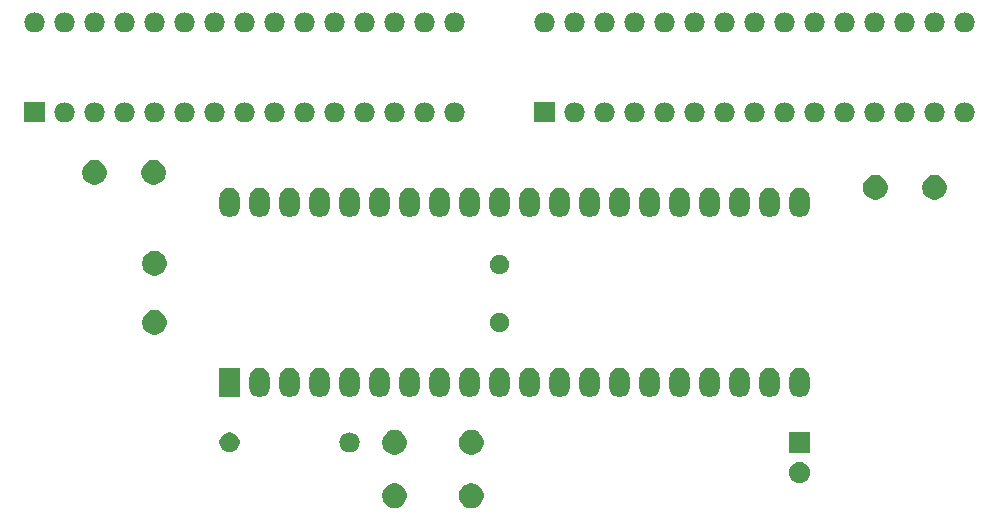
<source format=gbr>
G04 #@! TF.GenerationSoftware,KiCad,Pcbnew,5.1.4*
G04 #@! TF.CreationDate,2019-08-18T00:01:38-04:00*
G04 #@! TF.ProjectId,6500badge,36353030-6261-4646-9765-2e6b69636164,rev?*
G04 #@! TF.SameCoordinates,Original*
G04 #@! TF.FileFunction,Soldermask,Bot*
G04 #@! TF.FilePolarity,Negative*
%FSLAX46Y46*%
G04 Gerber Fmt 4.6, Leading zero omitted, Abs format (unit mm)*
G04 Created by KiCad (PCBNEW 5.1.4) date 2019-08-18 00:01:38*
%MOMM*%
%LPD*%
G04 APERTURE LIST*
%ADD10C,0.100000*%
G04 APERTURE END LIST*
D10*
G36*
X122376564Y-87309389D02*
G01*
X122567833Y-87388615D01*
X122567835Y-87388616D01*
X122739973Y-87503635D01*
X122886365Y-87650027D01*
X123001385Y-87822167D01*
X123080611Y-88013436D01*
X123121000Y-88216484D01*
X123121000Y-88423516D01*
X123080611Y-88626564D01*
X123001385Y-88817833D01*
X123001384Y-88817835D01*
X122886365Y-88989973D01*
X122739973Y-89136365D01*
X122567835Y-89251384D01*
X122567834Y-89251385D01*
X122567833Y-89251385D01*
X122376564Y-89330611D01*
X122173516Y-89371000D01*
X121966484Y-89371000D01*
X121763436Y-89330611D01*
X121572167Y-89251385D01*
X121572166Y-89251385D01*
X121572165Y-89251384D01*
X121400027Y-89136365D01*
X121253635Y-88989973D01*
X121138616Y-88817835D01*
X121138615Y-88817833D01*
X121059389Y-88626564D01*
X121019000Y-88423516D01*
X121019000Y-88216484D01*
X121059389Y-88013436D01*
X121138615Y-87822167D01*
X121253635Y-87650027D01*
X121400027Y-87503635D01*
X121572165Y-87388616D01*
X121572167Y-87388615D01*
X121763436Y-87309389D01*
X121966484Y-87269000D01*
X122173516Y-87269000D01*
X122376564Y-87309389D01*
X122376564Y-87309389D01*
G37*
G36*
X115876564Y-87309389D02*
G01*
X116067833Y-87388615D01*
X116067835Y-87388616D01*
X116239973Y-87503635D01*
X116386365Y-87650027D01*
X116501385Y-87822167D01*
X116580611Y-88013436D01*
X116621000Y-88216484D01*
X116621000Y-88423516D01*
X116580611Y-88626564D01*
X116501385Y-88817833D01*
X116501384Y-88817835D01*
X116386365Y-88989973D01*
X116239973Y-89136365D01*
X116067835Y-89251384D01*
X116067834Y-89251385D01*
X116067833Y-89251385D01*
X115876564Y-89330611D01*
X115673516Y-89371000D01*
X115466484Y-89371000D01*
X115263436Y-89330611D01*
X115072167Y-89251385D01*
X115072166Y-89251385D01*
X115072165Y-89251384D01*
X114900027Y-89136365D01*
X114753635Y-88989973D01*
X114638616Y-88817835D01*
X114638615Y-88817833D01*
X114559389Y-88626564D01*
X114519000Y-88423516D01*
X114519000Y-88216484D01*
X114559389Y-88013436D01*
X114638615Y-87822167D01*
X114753635Y-87650027D01*
X114900027Y-87503635D01*
X115072165Y-87388616D01*
X115072167Y-87388615D01*
X115263436Y-87309389D01*
X115466484Y-87269000D01*
X115673516Y-87269000D01*
X115876564Y-87309389D01*
X115876564Y-87309389D01*
G37*
G36*
X149970442Y-85465518D02*
G01*
X150036627Y-85472037D01*
X150206466Y-85523557D01*
X150362991Y-85607222D01*
X150398729Y-85636552D01*
X150500186Y-85719814D01*
X150583448Y-85821271D01*
X150612778Y-85857009D01*
X150696443Y-86013534D01*
X150747963Y-86183373D01*
X150765359Y-86360000D01*
X150747963Y-86536627D01*
X150696443Y-86706466D01*
X150612778Y-86862991D01*
X150583448Y-86898729D01*
X150500186Y-87000186D01*
X150398729Y-87083448D01*
X150362991Y-87112778D01*
X150206466Y-87196443D01*
X150036627Y-87247963D01*
X149970442Y-87254482D01*
X149904260Y-87261000D01*
X149815740Y-87261000D01*
X149749558Y-87254482D01*
X149683373Y-87247963D01*
X149513534Y-87196443D01*
X149357009Y-87112778D01*
X149321271Y-87083448D01*
X149219814Y-87000186D01*
X149136552Y-86898729D01*
X149107222Y-86862991D01*
X149023557Y-86706466D01*
X148972037Y-86536627D01*
X148954641Y-86360000D01*
X148972037Y-86183373D01*
X149023557Y-86013534D01*
X149107222Y-85857009D01*
X149136552Y-85821271D01*
X149219814Y-85719814D01*
X149321271Y-85636552D01*
X149357009Y-85607222D01*
X149513534Y-85523557D01*
X149683373Y-85472037D01*
X149749558Y-85465518D01*
X149815740Y-85459000D01*
X149904260Y-85459000D01*
X149970442Y-85465518D01*
X149970442Y-85465518D01*
G37*
G36*
X115876564Y-82809389D02*
G01*
X116067833Y-82888615D01*
X116067835Y-82888616D01*
X116188138Y-82969000D01*
X116239973Y-83003635D01*
X116386365Y-83150027D01*
X116501385Y-83322167D01*
X116580611Y-83513436D01*
X116621000Y-83716484D01*
X116621000Y-83923516D01*
X116580611Y-84126564D01*
X116510811Y-84295076D01*
X116501384Y-84317835D01*
X116386365Y-84489973D01*
X116239973Y-84636365D01*
X116067835Y-84751384D01*
X116067834Y-84751385D01*
X116067833Y-84751385D01*
X115876564Y-84830611D01*
X115673516Y-84871000D01*
X115466484Y-84871000D01*
X115263436Y-84830611D01*
X115072167Y-84751385D01*
X115072166Y-84751385D01*
X115072165Y-84751384D01*
X114900027Y-84636365D01*
X114753635Y-84489973D01*
X114638616Y-84317835D01*
X114629189Y-84295076D01*
X114559389Y-84126564D01*
X114519000Y-83923516D01*
X114519000Y-83716484D01*
X114559389Y-83513436D01*
X114638615Y-83322167D01*
X114753635Y-83150027D01*
X114900027Y-83003635D01*
X114951862Y-82969000D01*
X115072165Y-82888616D01*
X115072167Y-82888615D01*
X115263436Y-82809389D01*
X115466484Y-82769000D01*
X115673516Y-82769000D01*
X115876564Y-82809389D01*
X115876564Y-82809389D01*
G37*
G36*
X122376564Y-82809389D02*
G01*
X122567833Y-82888615D01*
X122567835Y-82888616D01*
X122688138Y-82969000D01*
X122739973Y-83003635D01*
X122886365Y-83150027D01*
X123001385Y-83322167D01*
X123080611Y-83513436D01*
X123121000Y-83716484D01*
X123121000Y-83923516D01*
X123080611Y-84126564D01*
X123010811Y-84295076D01*
X123001384Y-84317835D01*
X122886365Y-84489973D01*
X122739973Y-84636365D01*
X122567835Y-84751384D01*
X122567834Y-84751385D01*
X122567833Y-84751385D01*
X122376564Y-84830611D01*
X122173516Y-84871000D01*
X121966484Y-84871000D01*
X121763436Y-84830611D01*
X121572167Y-84751385D01*
X121572166Y-84751385D01*
X121572165Y-84751384D01*
X121400027Y-84636365D01*
X121253635Y-84489973D01*
X121138616Y-84317835D01*
X121129189Y-84295076D01*
X121059389Y-84126564D01*
X121019000Y-83923516D01*
X121019000Y-83716484D01*
X121059389Y-83513436D01*
X121138615Y-83322167D01*
X121253635Y-83150027D01*
X121400027Y-83003635D01*
X121451862Y-82969000D01*
X121572165Y-82888616D01*
X121572167Y-82888615D01*
X121763436Y-82809389D01*
X121966484Y-82769000D01*
X122173516Y-82769000D01*
X122376564Y-82809389D01*
X122376564Y-82809389D01*
G37*
G36*
X150761000Y-84721000D02*
G01*
X148959000Y-84721000D01*
X148959000Y-82919000D01*
X150761000Y-82919000D01*
X150761000Y-84721000D01*
X150761000Y-84721000D01*
G37*
G36*
X111926823Y-82981313D02*
G01*
X112087242Y-83029976D01*
X112154361Y-83065852D01*
X112235078Y-83108996D01*
X112364659Y-83215341D01*
X112471004Y-83344922D01*
X112471005Y-83344924D01*
X112550024Y-83492758D01*
X112598687Y-83653177D01*
X112615117Y-83820000D01*
X112598687Y-83986823D01*
X112550024Y-84147242D01*
X112509477Y-84223100D01*
X112471004Y-84295078D01*
X112364659Y-84424659D01*
X112235078Y-84531004D01*
X112235076Y-84531005D01*
X112087242Y-84610024D01*
X111926823Y-84658687D01*
X111801804Y-84671000D01*
X111718196Y-84671000D01*
X111593177Y-84658687D01*
X111432758Y-84610024D01*
X111284924Y-84531005D01*
X111284922Y-84531004D01*
X111155341Y-84424659D01*
X111048996Y-84295078D01*
X111010523Y-84223100D01*
X110969976Y-84147242D01*
X110921313Y-83986823D01*
X110904883Y-83820000D01*
X110921313Y-83653177D01*
X110969976Y-83492758D01*
X111048995Y-83344924D01*
X111048996Y-83344922D01*
X111155341Y-83215341D01*
X111284922Y-83108996D01*
X111365639Y-83065852D01*
X111432758Y-83029976D01*
X111593177Y-82981313D01*
X111718196Y-82969000D01*
X111801804Y-82969000D01*
X111926823Y-82981313D01*
X111926823Y-82981313D01*
G37*
G36*
X101848228Y-83001703D02*
G01*
X102003100Y-83065853D01*
X102142481Y-83158985D01*
X102261015Y-83277519D01*
X102354147Y-83416900D01*
X102418297Y-83571772D01*
X102451000Y-83736184D01*
X102451000Y-83903816D01*
X102418297Y-84068228D01*
X102354147Y-84223100D01*
X102261015Y-84362481D01*
X102142481Y-84481015D01*
X102003100Y-84574147D01*
X101848228Y-84638297D01*
X101683816Y-84671000D01*
X101516184Y-84671000D01*
X101351772Y-84638297D01*
X101196900Y-84574147D01*
X101057519Y-84481015D01*
X100938985Y-84362481D01*
X100845853Y-84223100D01*
X100781703Y-84068228D01*
X100749000Y-83903816D01*
X100749000Y-83736184D01*
X100781703Y-83571772D01*
X100845853Y-83416900D01*
X100938985Y-83277519D01*
X101057519Y-83158985D01*
X101196900Y-83065853D01*
X101351772Y-83001703D01*
X101516184Y-82969000D01*
X101683816Y-82969000D01*
X101848228Y-83001703D01*
X101848228Y-83001703D01*
G37*
G36*
X134786822Y-77501313D02*
G01*
X134947241Y-77549976D01*
X135095077Y-77628995D01*
X135224659Y-77735341D01*
X135331004Y-77864922D01*
X135331005Y-77864924D01*
X135410024Y-78012758D01*
X135458687Y-78173177D01*
X135471000Y-78298196D01*
X135471000Y-79181803D01*
X135458687Y-79306822D01*
X135410024Y-79467242D01*
X135339114Y-79599906D01*
X135331004Y-79615078D01*
X135224659Y-79744659D01*
X135095078Y-79851004D01*
X135095076Y-79851005D01*
X134947242Y-79930024D01*
X134786823Y-79978687D01*
X134620000Y-79995117D01*
X134453178Y-79978687D01*
X134292759Y-79930024D01*
X134144925Y-79851005D01*
X134144923Y-79851004D01*
X134015342Y-79744659D01*
X133908997Y-79615078D01*
X133900887Y-79599906D01*
X133829977Y-79467242D01*
X133781314Y-79306823D01*
X133769000Y-79181803D01*
X133769000Y-78298197D01*
X133781313Y-78173178D01*
X133829976Y-78012759D01*
X133908995Y-77864923D01*
X134015341Y-77735341D01*
X134144922Y-77628996D01*
X134160094Y-77620886D01*
X134292758Y-77549976D01*
X134453177Y-77501313D01*
X134620000Y-77484883D01*
X134786822Y-77501313D01*
X134786822Y-77501313D01*
G37*
G36*
X150026822Y-77501313D02*
G01*
X150187241Y-77549976D01*
X150335077Y-77628995D01*
X150464659Y-77735341D01*
X150571004Y-77864922D01*
X150571005Y-77864924D01*
X150650024Y-78012758D01*
X150698687Y-78173177D01*
X150711000Y-78298196D01*
X150711000Y-79181803D01*
X150698687Y-79306822D01*
X150650024Y-79467242D01*
X150579114Y-79599906D01*
X150571004Y-79615078D01*
X150464659Y-79744659D01*
X150335078Y-79851004D01*
X150335076Y-79851005D01*
X150187242Y-79930024D01*
X150026823Y-79978687D01*
X149860000Y-79995117D01*
X149693178Y-79978687D01*
X149532759Y-79930024D01*
X149384925Y-79851005D01*
X149384923Y-79851004D01*
X149255342Y-79744659D01*
X149148997Y-79615078D01*
X149140887Y-79599906D01*
X149069977Y-79467242D01*
X149021314Y-79306823D01*
X149009000Y-79181803D01*
X149009000Y-78298197D01*
X149021313Y-78173178D01*
X149069976Y-78012759D01*
X149148995Y-77864923D01*
X149255341Y-77735341D01*
X149384922Y-77628996D01*
X149400094Y-77620886D01*
X149532758Y-77549976D01*
X149693177Y-77501313D01*
X149860000Y-77484883D01*
X150026822Y-77501313D01*
X150026822Y-77501313D01*
G37*
G36*
X147486822Y-77501313D02*
G01*
X147647241Y-77549976D01*
X147795077Y-77628995D01*
X147924659Y-77735341D01*
X148031004Y-77864922D01*
X148031005Y-77864924D01*
X148110024Y-78012758D01*
X148158687Y-78173177D01*
X148171000Y-78298196D01*
X148171000Y-79181803D01*
X148158687Y-79306822D01*
X148110024Y-79467242D01*
X148039114Y-79599906D01*
X148031004Y-79615078D01*
X147924659Y-79744659D01*
X147795078Y-79851004D01*
X147795076Y-79851005D01*
X147647242Y-79930024D01*
X147486823Y-79978687D01*
X147320000Y-79995117D01*
X147153178Y-79978687D01*
X146992759Y-79930024D01*
X146844925Y-79851005D01*
X146844923Y-79851004D01*
X146715342Y-79744659D01*
X146608997Y-79615078D01*
X146600887Y-79599906D01*
X146529977Y-79467242D01*
X146481314Y-79306823D01*
X146469000Y-79181803D01*
X146469000Y-78298197D01*
X146481313Y-78173178D01*
X146529976Y-78012759D01*
X146608995Y-77864923D01*
X146715341Y-77735341D01*
X146844922Y-77628996D01*
X146860094Y-77620886D01*
X146992758Y-77549976D01*
X147153177Y-77501313D01*
X147320000Y-77484883D01*
X147486822Y-77501313D01*
X147486822Y-77501313D01*
G37*
G36*
X144946822Y-77501313D02*
G01*
X145107241Y-77549976D01*
X145255077Y-77628995D01*
X145384659Y-77735341D01*
X145491004Y-77864922D01*
X145491005Y-77864924D01*
X145570024Y-78012758D01*
X145618687Y-78173177D01*
X145631000Y-78298196D01*
X145631000Y-79181803D01*
X145618687Y-79306822D01*
X145570024Y-79467242D01*
X145499114Y-79599906D01*
X145491004Y-79615078D01*
X145384659Y-79744659D01*
X145255078Y-79851004D01*
X145255076Y-79851005D01*
X145107242Y-79930024D01*
X144946823Y-79978687D01*
X144780000Y-79995117D01*
X144613178Y-79978687D01*
X144452759Y-79930024D01*
X144304925Y-79851005D01*
X144304923Y-79851004D01*
X144175342Y-79744659D01*
X144068997Y-79615078D01*
X144060887Y-79599906D01*
X143989977Y-79467242D01*
X143941314Y-79306823D01*
X143929000Y-79181803D01*
X143929000Y-78298197D01*
X143941313Y-78173178D01*
X143989976Y-78012759D01*
X144068995Y-77864923D01*
X144175341Y-77735341D01*
X144304922Y-77628996D01*
X144320094Y-77620886D01*
X144452758Y-77549976D01*
X144613177Y-77501313D01*
X144780000Y-77484883D01*
X144946822Y-77501313D01*
X144946822Y-77501313D01*
G37*
G36*
X142406822Y-77501313D02*
G01*
X142567241Y-77549976D01*
X142715077Y-77628995D01*
X142844659Y-77735341D01*
X142951004Y-77864922D01*
X142951005Y-77864924D01*
X143030024Y-78012758D01*
X143078687Y-78173177D01*
X143091000Y-78298196D01*
X143091000Y-79181803D01*
X143078687Y-79306822D01*
X143030024Y-79467242D01*
X142959114Y-79599906D01*
X142951004Y-79615078D01*
X142844659Y-79744659D01*
X142715078Y-79851004D01*
X142715076Y-79851005D01*
X142567242Y-79930024D01*
X142406823Y-79978687D01*
X142240000Y-79995117D01*
X142073178Y-79978687D01*
X141912759Y-79930024D01*
X141764925Y-79851005D01*
X141764923Y-79851004D01*
X141635342Y-79744659D01*
X141528997Y-79615078D01*
X141520887Y-79599906D01*
X141449977Y-79467242D01*
X141401314Y-79306823D01*
X141389000Y-79181803D01*
X141389000Y-78298197D01*
X141401313Y-78173178D01*
X141449976Y-78012759D01*
X141528995Y-77864923D01*
X141635341Y-77735341D01*
X141764922Y-77628996D01*
X141780094Y-77620886D01*
X141912758Y-77549976D01*
X142073177Y-77501313D01*
X142240000Y-77484883D01*
X142406822Y-77501313D01*
X142406822Y-77501313D01*
G37*
G36*
X137326822Y-77501313D02*
G01*
X137487241Y-77549976D01*
X137635077Y-77628995D01*
X137764659Y-77735341D01*
X137871004Y-77864922D01*
X137871005Y-77864924D01*
X137950024Y-78012758D01*
X137998687Y-78173177D01*
X138011000Y-78298196D01*
X138011000Y-79181803D01*
X137998687Y-79306822D01*
X137950024Y-79467242D01*
X137879114Y-79599906D01*
X137871004Y-79615078D01*
X137764659Y-79744659D01*
X137635078Y-79851004D01*
X137635076Y-79851005D01*
X137487242Y-79930024D01*
X137326823Y-79978687D01*
X137160000Y-79995117D01*
X136993178Y-79978687D01*
X136832759Y-79930024D01*
X136684925Y-79851005D01*
X136684923Y-79851004D01*
X136555342Y-79744659D01*
X136448997Y-79615078D01*
X136440887Y-79599906D01*
X136369977Y-79467242D01*
X136321314Y-79306823D01*
X136309000Y-79181803D01*
X136309000Y-78298197D01*
X136321313Y-78173178D01*
X136369976Y-78012759D01*
X136448995Y-77864923D01*
X136555341Y-77735341D01*
X136684922Y-77628996D01*
X136700094Y-77620886D01*
X136832758Y-77549976D01*
X136993177Y-77501313D01*
X137160000Y-77484883D01*
X137326822Y-77501313D01*
X137326822Y-77501313D01*
G37*
G36*
X132246822Y-77501313D02*
G01*
X132407241Y-77549976D01*
X132555077Y-77628995D01*
X132684659Y-77735341D01*
X132791004Y-77864922D01*
X132791005Y-77864924D01*
X132870024Y-78012758D01*
X132918687Y-78173177D01*
X132931000Y-78298196D01*
X132931000Y-79181803D01*
X132918687Y-79306822D01*
X132870024Y-79467242D01*
X132799114Y-79599906D01*
X132791004Y-79615078D01*
X132684659Y-79744659D01*
X132555078Y-79851004D01*
X132555076Y-79851005D01*
X132407242Y-79930024D01*
X132246823Y-79978687D01*
X132080000Y-79995117D01*
X131913178Y-79978687D01*
X131752759Y-79930024D01*
X131604925Y-79851005D01*
X131604923Y-79851004D01*
X131475342Y-79744659D01*
X131368997Y-79615078D01*
X131360887Y-79599906D01*
X131289977Y-79467242D01*
X131241314Y-79306823D01*
X131229000Y-79181803D01*
X131229000Y-78298197D01*
X131241313Y-78173178D01*
X131289976Y-78012759D01*
X131368995Y-77864923D01*
X131475341Y-77735341D01*
X131604922Y-77628996D01*
X131620094Y-77620886D01*
X131752758Y-77549976D01*
X131913177Y-77501313D01*
X132080000Y-77484883D01*
X132246822Y-77501313D01*
X132246822Y-77501313D01*
G37*
G36*
X129706822Y-77501313D02*
G01*
X129867241Y-77549976D01*
X130015077Y-77628995D01*
X130144659Y-77735341D01*
X130251004Y-77864922D01*
X130251005Y-77864924D01*
X130330024Y-78012758D01*
X130378687Y-78173177D01*
X130391000Y-78298196D01*
X130391000Y-79181803D01*
X130378687Y-79306822D01*
X130330024Y-79467242D01*
X130259114Y-79599906D01*
X130251004Y-79615078D01*
X130144659Y-79744659D01*
X130015078Y-79851004D01*
X130015076Y-79851005D01*
X129867242Y-79930024D01*
X129706823Y-79978687D01*
X129540000Y-79995117D01*
X129373178Y-79978687D01*
X129212759Y-79930024D01*
X129064925Y-79851005D01*
X129064923Y-79851004D01*
X128935342Y-79744659D01*
X128828997Y-79615078D01*
X128820887Y-79599906D01*
X128749977Y-79467242D01*
X128701314Y-79306823D01*
X128689000Y-79181803D01*
X128689000Y-78298197D01*
X128701313Y-78173178D01*
X128749976Y-78012759D01*
X128828995Y-77864923D01*
X128935341Y-77735341D01*
X129064922Y-77628996D01*
X129080094Y-77620886D01*
X129212758Y-77549976D01*
X129373177Y-77501313D01*
X129540000Y-77484883D01*
X129706822Y-77501313D01*
X129706822Y-77501313D01*
G37*
G36*
X124626822Y-77501313D02*
G01*
X124787241Y-77549976D01*
X124935077Y-77628995D01*
X125064659Y-77735341D01*
X125171004Y-77864922D01*
X125171005Y-77864924D01*
X125250024Y-78012758D01*
X125298687Y-78173177D01*
X125311000Y-78298196D01*
X125311000Y-79181803D01*
X125298687Y-79306822D01*
X125250024Y-79467242D01*
X125179114Y-79599906D01*
X125171004Y-79615078D01*
X125064659Y-79744659D01*
X124935078Y-79851004D01*
X124935076Y-79851005D01*
X124787242Y-79930024D01*
X124626823Y-79978687D01*
X124460000Y-79995117D01*
X124293178Y-79978687D01*
X124132759Y-79930024D01*
X123984925Y-79851005D01*
X123984923Y-79851004D01*
X123855342Y-79744659D01*
X123748997Y-79615078D01*
X123740887Y-79599906D01*
X123669977Y-79467242D01*
X123621314Y-79306823D01*
X123609000Y-79181803D01*
X123609000Y-78298197D01*
X123621313Y-78173178D01*
X123669976Y-78012759D01*
X123748995Y-77864923D01*
X123855341Y-77735341D01*
X123984922Y-77628996D01*
X124000094Y-77620886D01*
X124132758Y-77549976D01*
X124293177Y-77501313D01*
X124460000Y-77484883D01*
X124626822Y-77501313D01*
X124626822Y-77501313D01*
G37*
G36*
X119546822Y-77501313D02*
G01*
X119707241Y-77549976D01*
X119855077Y-77628995D01*
X119984659Y-77735341D01*
X120091004Y-77864922D01*
X120091005Y-77864924D01*
X120170024Y-78012758D01*
X120218687Y-78173177D01*
X120231000Y-78298196D01*
X120231000Y-79181803D01*
X120218687Y-79306822D01*
X120170024Y-79467242D01*
X120099114Y-79599906D01*
X120091004Y-79615078D01*
X119984659Y-79744659D01*
X119855078Y-79851004D01*
X119855076Y-79851005D01*
X119707242Y-79930024D01*
X119546823Y-79978687D01*
X119380000Y-79995117D01*
X119213178Y-79978687D01*
X119052759Y-79930024D01*
X118904925Y-79851005D01*
X118904923Y-79851004D01*
X118775342Y-79744659D01*
X118668997Y-79615078D01*
X118660887Y-79599906D01*
X118589977Y-79467242D01*
X118541314Y-79306823D01*
X118529000Y-79181803D01*
X118529000Y-78298197D01*
X118541313Y-78173178D01*
X118589976Y-78012759D01*
X118668995Y-77864923D01*
X118775341Y-77735341D01*
X118904922Y-77628996D01*
X118920094Y-77620886D01*
X119052758Y-77549976D01*
X119213177Y-77501313D01*
X119380000Y-77484883D01*
X119546822Y-77501313D01*
X119546822Y-77501313D01*
G37*
G36*
X117006822Y-77501313D02*
G01*
X117167241Y-77549976D01*
X117315077Y-77628995D01*
X117444659Y-77735341D01*
X117551004Y-77864922D01*
X117551005Y-77864924D01*
X117630024Y-78012758D01*
X117678687Y-78173177D01*
X117691000Y-78298196D01*
X117691000Y-79181803D01*
X117678687Y-79306822D01*
X117630024Y-79467242D01*
X117559114Y-79599906D01*
X117551004Y-79615078D01*
X117444659Y-79744659D01*
X117315078Y-79851004D01*
X117315076Y-79851005D01*
X117167242Y-79930024D01*
X117006823Y-79978687D01*
X116840000Y-79995117D01*
X116673178Y-79978687D01*
X116512759Y-79930024D01*
X116364925Y-79851005D01*
X116364923Y-79851004D01*
X116235342Y-79744659D01*
X116128997Y-79615078D01*
X116120887Y-79599906D01*
X116049977Y-79467242D01*
X116001314Y-79306823D01*
X115989000Y-79181803D01*
X115989000Y-78298197D01*
X116001313Y-78173178D01*
X116049976Y-78012759D01*
X116128995Y-77864923D01*
X116235341Y-77735341D01*
X116364922Y-77628996D01*
X116380094Y-77620886D01*
X116512758Y-77549976D01*
X116673177Y-77501313D01*
X116840000Y-77484883D01*
X117006822Y-77501313D01*
X117006822Y-77501313D01*
G37*
G36*
X114466822Y-77501313D02*
G01*
X114627241Y-77549976D01*
X114775077Y-77628995D01*
X114904659Y-77735341D01*
X115011004Y-77864922D01*
X115011005Y-77864924D01*
X115090024Y-78012758D01*
X115138687Y-78173177D01*
X115151000Y-78298196D01*
X115151000Y-79181803D01*
X115138687Y-79306822D01*
X115090024Y-79467242D01*
X115019114Y-79599906D01*
X115011004Y-79615078D01*
X114904659Y-79744659D01*
X114775078Y-79851004D01*
X114775076Y-79851005D01*
X114627242Y-79930024D01*
X114466823Y-79978687D01*
X114300000Y-79995117D01*
X114133178Y-79978687D01*
X113972759Y-79930024D01*
X113824925Y-79851005D01*
X113824923Y-79851004D01*
X113695342Y-79744659D01*
X113588997Y-79615078D01*
X113580887Y-79599906D01*
X113509977Y-79467242D01*
X113461314Y-79306823D01*
X113449000Y-79181803D01*
X113449000Y-78298197D01*
X113461313Y-78173178D01*
X113509976Y-78012759D01*
X113588995Y-77864923D01*
X113695341Y-77735341D01*
X113824922Y-77628996D01*
X113840094Y-77620886D01*
X113972758Y-77549976D01*
X114133177Y-77501313D01*
X114300000Y-77484883D01*
X114466822Y-77501313D01*
X114466822Y-77501313D01*
G37*
G36*
X122086822Y-77501313D02*
G01*
X122247241Y-77549976D01*
X122395077Y-77628995D01*
X122524659Y-77735341D01*
X122631004Y-77864922D01*
X122631005Y-77864924D01*
X122710024Y-78012758D01*
X122758687Y-78173177D01*
X122771000Y-78298196D01*
X122771000Y-79181803D01*
X122758687Y-79306822D01*
X122710024Y-79467242D01*
X122639114Y-79599906D01*
X122631004Y-79615078D01*
X122524659Y-79744659D01*
X122395078Y-79851004D01*
X122395076Y-79851005D01*
X122247242Y-79930024D01*
X122086823Y-79978687D01*
X121920000Y-79995117D01*
X121753178Y-79978687D01*
X121592759Y-79930024D01*
X121444925Y-79851005D01*
X121444923Y-79851004D01*
X121315342Y-79744659D01*
X121208997Y-79615078D01*
X121200887Y-79599906D01*
X121129977Y-79467242D01*
X121081314Y-79306823D01*
X121069000Y-79181803D01*
X121069000Y-78298197D01*
X121081313Y-78173178D01*
X121129976Y-78012759D01*
X121208995Y-77864923D01*
X121315341Y-77735341D01*
X121444922Y-77628996D01*
X121460094Y-77620886D01*
X121592758Y-77549976D01*
X121753177Y-77501313D01*
X121920000Y-77484883D01*
X122086822Y-77501313D01*
X122086822Y-77501313D01*
G37*
G36*
X111926822Y-77501313D02*
G01*
X112087241Y-77549976D01*
X112235077Y-77628995D01*
X112364659Y-77735341D01*
X112471004Y-77864922D01*
X112471005Y-77864924D01*
X112550024Y-78012758D01*
X112598687Y-78173177D01*
X112611000Y-78298196D01*
X112611000Y-79181803D01*
X112598687Y-79306822D01*
X112550024Y-79467242D01*
X112479114Y-79599906D01*
X112471004Y-79615078D01*
X112364659Y-79744659D01*
X112235078Y-79851004D01*
X112235076Y-79851005D01*
X112087242Y-79930024D01*
X111926823Y-79978687D01*
X111760000Y-79995117D01*
X111593178Y-79978687D01*
X111432759Y-79930024D01*
X111284925Y-79851005D01*
X111284923Y-79851004D01*
X111155342Y-79744659D01*
X111048997Y-79615078D01*
X111040887Y-79599906D01*
X110969977Y-79467242D01*
X110921314Y-79306823D01*
X110909000Y-79181803D01*
X110909000Y-78298197D01*
X110921313Y-78173178D01*
X110969976Y-78012759D01*
X111048995Y-77864923D01*
X111155341Y-77735341D01*
X111284922Y-77628996D01*
X111300094Y-77620886D01*
X111432758Y-77549976D01*
X111593177Y-77501313D01*
X111760000Y-77484883D01*
X111926822Y-77501313D01*
X111926822Y-77501313D01*
G37*
G36*
X109386822Y-77501313D02*
G01*
X109547241Y-77549976D01*
X109695077Y-77628995D01*
X109824659Y-77735341D01*
X109931004Y-77864922D01*
X109931005Y-77864924D01*
X110010024Y-78012758D01*
X110058687Y-78173177D01*
X110071000Y-78298196D01*
X110071000Y-79181803D01*
X110058687Y-79306822D01*
X110010024Y-79467242D01*
X109939114Y-79599906D01*
X109931004Y-79615078D01*
X109824659Y-79744659D01*
X109695078Y-79851004D01*
X109695076Y-79851005D01*
X109547242Y-79930024D01*
X109386823Y-79978687D01*
X109220000Y-79995117D01*
X109053178Y-79978687D01*
X108892759Y-79930024D01*
X108744925Y-79851005D01*
X108744923Y-79851004D01*
X108615342Y-79744659D01*
X108508997Y-79615078D01*
X108500887Y-79599906D01*
X108429977Y-79467242D01*
X108381314Y-79306823D01*
X108369000Y-79181803D01*
X108369000Y-78298197D01*
X108381313Y-78173178D01*
X108429976Y-78012759D01*
X108508995Y-77864923D01*
X108615341Y-77735341D01*
X108744922Y-77628996D01*
X108760094Y-77620886D01*
X108892758Y-77549976D01*
X109053177Y-77501313D01*
X109220000Y-77484883D01*
X109386822Y-77501313D01*
X109386822Y-77501313D01*
G37*
G36*
X106846822Y-77501313D02*
G01*
X107007241Y-77549976D01*
X107155077Y-77628995D01*
X107284659Y-77735341D01*
X107391004Y-77864922D01*
X107391005Y-77864924D01*
X107470024Y-78012758D01*
X107518687Y-78173177D01*
X107531000Y-78298196D01*
X107531000Y-79181803D01*
X107518687Y-79306822D01*
X107470024Y-79467242D01*
X107399114Y-79599906D01*
X107391004Y-79615078D01*
X107284659Y-79744659D01*
X107155078Y-79851004D01*
X107155076Y-79851005D01*
X107007242Y-79930024D01*
X106846823Y-79978687D01*
X106680000Y-79995117D01*
X106513178Y-79978687D01*
X106352759Y-79930024D01*
X106204925Y-79851005D01*
X106204923Y-79851004D01*
X106075342Y-79744659D01*
X105968997Y-79615078D01*
X105960887Y-79599906D01*
X105889977Y-79467242D01*
X105841314Y-79306823D01*
X105829000Y-79181803D01*
X105829000Y-78298197D01*
X105841313Y-78173178D01*
X105889976Y-78012759D01*
X105968995Y-77864923D01*
X106075341Y-77735341D01*
X106204922Y-77628996D01*
X106220094Y-77620886D01*
X106352758Y-77549976D01*
X106513177Y-77501313D01*
X106680000Y-77484883D01*
X106846822Y-77501313D01*
X106846822Y-77501313D01*
G37*
G36*
X104306822Y-77501313D02*
G01*
X104467241Y-77549976D01*
X104615077Y-77628995D01*
X104744659Y-77735341D01*
X104851004Y-77864922D01*
X104851005Y-77864924D01*
X104930024Y-78012758D01*
X104978687Y-78173177D01*
X104991000Y-78298196D01*
X104991000Y-79181803D01*
X104978687Y-79306822D01*
X104930024Y-79467242D01*
X104859114Y-79599906D01*
X104851004Y-79615078D01*
X104744659Y-79744659D01*
X104615078Y-79851004D01*
X104615076Y-79851005D01*
X104467242Y-79930024D01*
X104306823Y-79978687D01*
X104140000Y-79995117D01*
X103973178Y-79978687D01*
X103812759Y-79930024D01*
X103664925Y-79851005D01*
X103664923Y-79851004D01*
X103535342Y-79744659D01*
X103428997Y-79615078D01*
X103420887Y-79599906D01*
X103349977Y-79467242D01*
X103301314Y-79306823D01*
X103289000Y-79181803D01*
X103289000Y-78298197D01*
X103301313Y-78173178D01*
X103349976Y-78012759D01*
X103428995Y-77864923D01*
X103535341Y-77735341D01*
X103664922Y-77628996D01*
X103680094Y-77620886D01*
X103812758Y-77549976D01*
X103973177Y-77501313D01*
X104140000Y-77484883D01*
X104306822Y-77501313D01*
X104306822Y-77501313D01*
G37*
G36*
X127166822Y-77501313D02*
G01*
X127327241Y-77549976D01*
X127475077Y-77628995D01*
X127604659Y-77735341D01*
X127711004Y-77864922D01*
X127711005Y-77864924D01*
X127790024Y-78012758D01*
X127838687Y-78173177D01*
X127851000Y-78298196D01*
X127851000Y-79181803D01*
X127838687Y-79306822D01*
X127790024Y-79467242D01*
X127719114Y-79599906D01*
X127711004Y-79615078D01*
X127604659Y-79744659D01*
X127475078Y-79851004D01*
X127475076Y-79851005D01*
X127327242Y-79930024D01*
X127166823Y-79978687D01*
X127000000Y-79995117D01*
X126833178Y-79978687D01*
X126672759Y-79930024D01*
X126524925Y-79851005D01*
X126524923Y-79851004D01*
X126395342Y-79744659D01*
X126288997Y-79615078D01*
X126280887Y-79599906D01*
X126209977Y-79467242D01*
X126161314Y-79306823D01*
X126149000Y-79181803D01*
X126149000Y-78298197D01*
X126161313Y-78173178D01*
X126209976Y-78012759D01*
X126288995Y-77864923D01*
X126395341Y-77735341D01*
X126524922Y-77628996D01*
X126540094Y-77620886D01*
X126672758Y-77549976D01*
X126833177Y-77501313D01*
X127000000Y-77484883D01*
X127166822Y-77501313D01*
X127166822Y-77501313D01*
G37*
G36*
X139866822Y-77501313D02*
G01*
X140027241Y-77549976D01*
X140175077Y-77628995D01*
X140304659Y-77735341D01*
X140411004Y-77864922D01*
X140411005Y-77864924D01*
X140490024Y-78012758D01*
X140538687Y-78173177D01*
X140551000Y-78298196D01*
X140551000Y-79181803D01*
X140538687Y-79306822D01*
X140490024Y-79467242D01*
X140419114Y-79599906D01*
X140411004Y-79615078D01*
X140304659Y-79744659D01*
X140175078Y-79851004D01*
X140175076Y-79851005D01*
X140027242Y-79930024D01*
X139866823Y-79978687D01*
X139700000Y-79995117D01*
X139533178Y-79978687D01*
X139372759Y-79930024D01*
X139224925Y-79851005D01*
X139224923Y-79851004D01*
X139095342Y-79744659D01*
X138988997Y-79615078D01*
X138980887Y-79599906D01*
X138909977Y-79467242D01*
X138861314Y-79306823D01*
X138849000Y-79181803D01*
X138849000Y-78298197D01*
X138861313Y-78173178D01*
X138909976Y-78012759D01*
X138988995Y-77864923D01*
X139095341Y-77735341D01*
X139224922Y-77628996D01*
X139240094Y-77620886D01*
X139372758Y-77549976D01*
X139533177Y-77501313D01*
X139700000Y-77484883D01*
X139866822Y-77501313D01*
X139866822Y-77501313D01*
G37*
G36*
X102451000Y-79991000D02*
G01*
X100749000Y-79991000D01*
X100749000Y-77489000D01*
X102451000Y-77489000D01*
X102451000Y-79991000D01*
X102451000Y-79991000D01*
G37*
G36*
X95556564Y-72649389D02*
G01*
X95747833Y-72728615D01*
X95747835Y-72728616D01*
X95919973Y-72843635D01*
X96066365Y-72990027D01*
X96181385Y-73162167D01*
X96260611Y-73353436D01*
X96301000Y-73556484D01*
X96301000Y-73763516D01*
X96260611Y-73966564D01*
X96181385Y-74157833D01*
X96181384Y-74157835D01*
X96066365Y-74329973D01*
X95919973Y-74476365D01*
X95747835Y-74591384D01*
X95747834Y-74591385D01*
X95747833Y-74591385D01*
X95556564Y-74670611D01*
X95353516Y-74711000D01*
X95146484Y-74711000D01*
X94943436Y-74670611D01*
X94752167Y-74591385D01*
X94752166Y-74591385D01*
X94752165Y-74591384D01*
X94580027Y-74476365D01*
X94433635Y-74329973D01*
X94318616Y-74157835D01*
X94318615Y-74157833D01*
X94239389Y-73966564D01*
X94199000Y-73763516D01*
X94199000Y-73556484D01*
X94239389Y-73353436D01*
X94318615Y-73162167D01*
X94433635Y-72990027D01*
X94580027Y-72843635D01*
X94752165Y-72728616D01*
X94752167Y-72728615D01*
X94943436Y-72649389D01*
X95146484Y-72609000D01*
X95353516Y-72609000D01*
X95556564Y-72649389D01*
X95556564Y-72649389D01*
G37*
G36*
X124693642Y-72889781D02*
G01*
X124839414Y-72950162D01*
X124839416Y-72950163D01*
X124970608Y-73037822D01*
X125082178Y-73149392D01*
X125169837Y-73280584D01*
X125169838Y-73280586D01*
X125230219Y-73426358D01*
X125261000Y-73581107D01*
X125261000Y-73738893D01*
X125230219Y-73893642D01*
X125200013Y-73966565D01*
X125169837Y-74039416D01*
X125082178Y-74170608D01*
X124970608Y-74282178D01*
X124839416Y-74369837D01*
X124839415Y-74369838D01*
X124839414Y-74369838D01*
X124693642Y-74430219D01*
X124538893Y-74461000D01*
X124381107Y-74461000D01*
X124226358Y-74430219D01*
X124080586Y-74369838D01*
X124080585Y-74369838D01*
X124080584Y-74369837D01*
X123949392Y-74282178D01*
X123837822Y-74170608D01*
X123750163Y-74039416D01*
X123719987Y-73966565D01*
X123689781Y-73893642D01*
X123659000Y-73738893D01*
X123659000Y-73581107D01*
X123689781Y-73426358D01*
X123750162Y-73280586D01*
X123750163Y-73280584D01*
X123837822Y-73149392D01*
X123949392Y-73037822D01*
X124080584Y-72950163D01*
X124080586Y-72950162D01*
X124226358Y-72889781D01*
X124381107Y-72859000D01*
X124538893Y-72859000D01*
X124693642Y-72889781D01*
X124693642Y-72889781D01*
G37*
G36*
X95556564Y-67649389D02*
G01*
X95747833Y-67728615D01*
X95747835Y-67728616D01*
X95919973Y-67843635D01*
X96066365Y-67990027D01*
X96165119Y-68137822D01*
X96181385Y-68162167D01*
X96260611Y-68353436D01*
X96301000Y-68556484D01*
X96301000Y-68763516D01*
X96260611Y-68966564D01*
X96181385Y-69157833D01*
X96181384Y-69157835D01*
X96066365Y-69329973D01*
X95919973Y-69476365D01*
X95747835Y-69591384D01*
X95747834Y-69591385D01*
X95747833Y-69591385D01*
X95556564Y-69670611D01*
X95353516Y-69711000D01*
X95146484Y-69711000D01*
X94943436Y-69670611D01*
X94752167Y-69591385D01*
X94752166Y-69591385D01*
X94752165Y-69591384D01*
X94580027Y-69476365D01*
X94433635Y-69329973D01*
X94318616Y-69157835D01*
X94318615Y-69157833D01*
X94239389Y-68966564D01*
X94199000Y-68763516D01*
X94199000Y-68556484D01*
X94239389Y-68353436D01*
X94318615Y-68162167D01*
X94334882Y-68137822D01*
X94433635Y-67990027D01*
X94580027Y-67843635D01*
X94752165Y-67728616D01*
X94752167Y-67728615D01*
X94943436Y-67649389D01*
X95146484Y-67609000D01*
X95353516Y-67609000D01*
X95556564Y-67649389D01*
X95556564Y-67649389D01*
G37*
G36*
X124693642Y-67989781D02*
G01*
X124839414Y-68050162D01*
X124839416Y-68050163D01*
X124970608Y-68137822D01*
X125082178Y-68249392D01*
X125151697Y-68353436D01*
X125169838Y-68380586D01*
X125230219Y-68526358D01*
X125261000Y-68681107D01*
X125261000Y-68838893D01*
X125230219Y-68993642D01*
X125169838Y-69139414D01*
X125169837Y-69139416D01*
X125082178Y-69270608D01*
X124970608Y-69382178D01*
X124839416Y-69469837D01*
X124839415Y-69469838D01*
X124839414Y-69469838D01*
X124693642Y-69530219D01*
X124538893Y-69561000D01*
X124381107Y-69561000D01*
X124226358Y-69530219D01*
X124080586Y-69469838D01*
X124080585Y-69469838D01*
X124080584Y-69469837D01*
X123949392Y-69382178D01*
X123837822Y-69270608D01*
X123750163Y-69139416D01*
X123750162Y-69139414D01*
X123689781Y-68993642D01*
X123659000Y-68838893D01*
X123659000Y-68681107D01*
X123689781Y-68526358D01*
X123750162Y-68380586D01*
X123768303Y-68353436D01*
X123837822Y-68249392D01*
X123949392Y-68137822D01*
X124080584Y-68050163D01*
X124080586Y-68050162D01*
X124226358Y-67989781D01*
X124381107Y-67959000D01*
X124538893Y-67959000D01*
X124693642Y-67989781D01*
X124693642Y-67989781D01*
G37*
G36*
X106846822Y-62261313D02*
G01*
X107007241Y-62309976D01*
X107155077Y-62388995D01*
X107284659Y-62495341D01*
X107391004Y-62624922D01*
X107391005Y-62624924D01*
X107470024Y-62772758D01*
X107518687Y-62933177D01*
X107531000Y-63058196D01*
X107531000Y-63941803D01*
X107518687Y-64066822D01*
X107470024Y-64227242D01*
X107399114Y-64359906D01*
X107391004Y-64375078D01*
X107284659Y-64504659D01*
X107155078Y-64611004D01*
X107155076Y-64611005D01*
X107007242Y-64690024D01*
X106846823Y-64738687D01*
X106680000Y-64755117D01*
X106513178Y-64738687D01*
X106352759Y-64690024D01*
X106204925Y-64611005D01*
X106204923Y-64611004D01*
X106075342Y-64504659D01*
X105968997Y-64375078D01*
X105960887Y-64359906D01*
X105889977Y-64227242D01*
X105841314Y-64066823D01*
X105829000Y-63941803D01*
X105829000Y-63058197D01*
X105841313Y-62933178D01*
X105889976Y-62772759D01*
X105968995Y-62624923D01*
X106075341Y-62495341D01*
X106204922Y-62388996D01*
X106220094Y-62380886D01*
X106352758Y-62309976D01*
X106513177Y-62261313D01*
X106680000Y-62244883D01*
X106846822Y-62261313D01*
X106846822Y-62261313D01*
G37*
G36*
X134786822Y-62261313D02*
G01*
X134947241Y-62309976D01*
X135095077Y-62388995D01*
X135224659Y-62495341D01*
X135331004Y-62624922D01*
X135331005Y-62624924D01*
X135410024Y-62772758D01*
X135458687Y-62933177D01*
X135471000Y-63058196D01*
X135471000Y-63941803D01*
X135458687Y-64066822D01*
X135410024Y-64227242D01*
X135339114Y-64359906D01*
X135331004Y-64375078D01*
X135224659Y-64504659D01*
X135095078Y-64611004D01*
X135095076Y-64611005D01*
X134947242Y-64690024D01*
X134786823Y-64738687D01*
X134620000Y-64755117D01*
X134453178Y-64738687D01*
X134292759Y-64690024D01*
X134144925Y-64611005D01*
X134144923Y-64611004D01*
X134015342Y-64504659D01*
X133908997Y-64375078D01*
X133900887Y-64359906D01*
X133829977Y-64227242D01*
X133781314Y-64066823D01*
X133769000Y-63941803D01*
X133769000Y-63058197D01*
X133781313Y-62933178D01*
X133829976Y-62772759D01*
X133908995Y-62624923D01*
X134015341Y-62495341D01*
X134144922Y-62388996D01*
X134160094Y-62380886D01*
X134292758Y-62309976D01*
X134453177Y-62261313D01*
X134620000Y-62244883D01*
X134786822Y-62261313D01*
X134786822Y-62261313D01*
G37*
G36*
X114466822Y-62261313D02*
G01*
X114627241Y-62309976D01*
X114775077Y-62388995D01*
X114904659Y-62495341D01*
X115011004Y-62624922D01*
X115011005Y-62624924D01*
X115090024Y-62772758D01*
X115138687Y-62933177D01*
X115151000Y-63058196D01*
X115151000Y-63941803D01*
X115138687Y-64066822D01*
X115090024Y-64227242D01*
X115019114Y-64359906D01*
X115011004Y-64375078D01*
X114904659Y-64504659D01*
X114775078Y-64611004D01*
X114775076Y-64611005D01*
X114627242Y-64690024D01*
X114466823Y-64738687D01*
X114300000Y-64755117D01*
X114133178Y-64738687D01*
X113972759Y-64690024D01*
X113824925Y-64611005D01*
X113824923Y-64611004D01*
X113695342Y-64504659D01*
X113588997Y-64375078D01*
X113580887Y-64359906D01*
X113509977Y-64227242D01*
X113461314Y-64066823D01*
X113449000Y-63941803D01*
X113449000Y-63058197D01*
X113461313Y-62933178D01*
X113509976Y-62772759D01*
X113588995Y-62624923D01*
X113695341Y-62495341D01*
X113824922Y-62388996D01*
X113840094Y-62380886D01*
X113972758Y-62309976D01*
X114133177Y-62261313D01*
X114300000Y-62244883D01*
X114466822Y-62261313D01*
X114466822Y-62261313D01*
G37*
G36*
X137326822Y-62261313D02*
G01*
X137487241Y-62309976D01*
X137635077Y-62388995D01*
X137764659Y-62495341D01*
X137871004Y-62624922D01*
X137871005Y-62624924D01*
X137950024Y-62772758D01*
X137998687Y-62933177D01*
X138011000Y-63058196D01*
X138011000Y-63941803D01*
X137998687Y-64066822D01*
X137950024Y-64227242D01*
X137879114Y-64359906D01*
X137871004Y-64375078D01*
X137764659Y-64504659D01*
X137635078Y-64611004D01*
X137635076Y-64611005D01*
X137487242Y-64690024D01*
X137326823Y-64738687D01*
X137160000Y-64755117D01*
X136993178Y-64738687D01*
X136832759Y-64690024D01*
X136684925Y-64611005D01*
X136684923Y-64611004D01*
X136555342Y-64504659D01*
X136448997Y-64375078D01*
X136440887Y-64359906D01*
X136369977Y-64227242D01*
X136321314Y-64066823D01*
X136309000Y-63941803D01*
X136309000Y-63058197D01*
X136321313Y-62933178D01*
X136369976Y-62772759D01*
X136448995Y-62624923D01*
X136555341Y-62495341D01*
X136684922Y-62388996D01*
X136700094Y-62380886D01*
X136832758Y-62309976D01*
X136993177Y-62261313D01*
X137160000Y-62244883D01*
X137326822Y-62261313D01*
X137326822Y-62261313D01*
G37*
G36*
X117006822Y-62261313D02*
G01*
X117167241Y-62309976D01*
X117315077Y-62388995D01*
X117444659Y-62495341D01*
X117551004Y-62624922D01*
X117551005Y-62624924D01*
X117630024Y-62772758D01*
X117678687Y-62933177D01*
X117691000Y-63058196D01*
X117691000Y-63941803D01*
X117678687Y-64066822D01*
X117630024Y-64227242D01*
X117559114Y-64359906D01*
X117551004Y-64375078D01*
X117444659Y-64504659D01*
X117315078Y-64611004D01*
X117315076Y-64611005D01*
X117167242Y-64690024D01*
X117006823Y-64738687D01*
X116840000Y-64755117D01*
X116673178Y-64738687D01*
X116512759Y-64690024D01*
X116364925Y-64611005D01*
X116364923Y-64611004D01*
X116235342Y-64504659D01*
X116128997Y-64375078D01*
X116120887Y-64359906D01*
X116049977Y-64227242D01*
X116001314Y-64066823D01*
X115989000Y-63941803D01*
X115989000Y-63058197D01*
X116001313Y-62933178D01*
X116049976Y-62772759D01*
X116128995Y-62624923D01*
X116235341Y-62495341D01*
X116364922Y-62388996D01*
X116380094Y-62380886D01*
X116512758Y-62309976D01*
X116673177Y-62261313D01*
X116840000Y-62244883D01*
X117006822Y-62261313D01*
X117006822Y-62261313D01*
G37*
G36*
X139866822Y-62261313D02*
G01*
X140027241Y-62309976D01*
X140175077Y-62388995D01*
X140304659Y-62495341D01*
X140411004Y-62624922D01*
X140411005Y-62624924D01*
X140490024Y-62772758D01*
X140538687Y-62933177D01*
X140551000Y-63058196D01*
X140551000Y-63941803D01*
X140538687Y-64066822D01*
X140490024Y-64227242D01*
X140419114Y-64359906D01*
X140411004Y-64375078D01*
X140304659Y-64504659D01*
X140175078Y-64611004D01*
X140175076Y-64611005D01*
X140027242Y-64690024D01*
X139866823Y-64738687D01*
X139700000Y-64755117D01*
X139533178Y-64738687D01*
X139372759Y-64690024D01*
X139224925Y-64611005D01*
X139224923Y-64611004D01*
X139095342Y-64504659D01*
X138988997Y-64375078D01*
X138980887Y-64359906D01*
X138909977Y-64227242D01*
X138861314Y-64066823D01*
X138849000Y-63941803D01*
X138849000Y-63058197D01*
X138861313Y-62933178D01*
X138909976Y-62772759D01*
X138988995Y-62624923D01*
X139095341Y-62495341D01*
X139224922Y-62388996D01*
X139240094Y-62380886D01*
X139372758Y-62309976D01*
X139533177Y-62261313D01*
X139700000Y-62244883D01*
X139866822Y-62261313D01*
X139866822Y-62261313D01*
G37*
G36*
X119546822Y-62261313D02*
G01*
X119707241Y-62309976D01*
X119855077Y-62388995D01*
X119984659Y-62495341D01*
X120091004Y-62624922D01*
X120091005Y-62624924D01*
X120170024Y-62772758D01*
X120218687Y-62933177D01*
X120231000Y-63058196D01*
X120231000Y-63941803D01*
X120218687Y-64066822D01*
X120170024Y-64227242D01*
X120099114Y-64359906D01*
X120091004Y-64375078D01*
X119984659Y-64504659D01*
X119855078Y-64611004D01*
X119855076Y-64611005D01*
X119707242Y-64690024D01*
X119546823Y-64738687D01*
X119380000Y-64755117D01*
X119213178Y-64738687D01*
X119052759Y-64690024D01*
X118904925Y-64611005D01*
X118904923Y-64611004D01*
X118775342Y-64504659D01*
X118668997Y-64375078D01*
X118660887Y-64359906D01*
X118589977Y-64227242D01*
X118541314Y-64066823D01*
X118529000Y-63941803D01*
X118529000Y-63058197D01*
X118541313Y-62933178D01*
X118589976Y-62772759D01*
X118668995Y-62624923D01*
X118775341Y-62495341D01*
X118904922Y-62388996D01*
X118920094Y-62380886D01*
X119052758Y-62309976D01*
X119213177Y-62261313D01*
X119380000Y-62244883D01*
X119546822Y-62261313D01*
X119546822Y-62261313D01*
G37*
G36*
X142406822Y-62261313D02*
G01*
X142567241Y-62309976D01*
X142715077Y-62388995D01*
X142844659Y-62495341D01*
X142951004Y-62624922D01*
X142951005Y-62624924D01*
X143030024Y-62772758D01*
X143078687Y-62933177D01*
X143091000Y-63058196D01*
X143091000Y-63941803D01*
X143078687Y-64066822D01*
X143030024Y-64227242D01*
X142959114Y-64359906D01*
X142951004Y-64375078D01*
X142844659Y-64504659D01*
X142715078Y-64611004D01*
X142715076Y-64611005D01*
X142567242Y-64690024D01*
X142406823Y-64738687D01*
X142240000Y-64755117D01*
X142073178Y-64738687D01*
X141912759Y-64690024D01*
X141764925Y-64611005D01*
X141764923Y-64611004D01*
X141635342Y-64504659D01*
X141528997Y-64375078D01*
X141520887Y-64359906D01*
X141449977Y-64227242D01*
X141401314Y-64066823D01*
X141389000Y-63941803D01*
X141389000Y-63058197D01*
X141401313Y-62933178D01*
X141449976Y-62772759D01*
X141528995Y-62624923D01*
X141635341Y-62495341D01*
X141764922Y-62388996D01*
X141780094Y-62380886D01*
X141912758Y-62309976D01*
X142073177Y-62261313D01*
X142240000Y-62244883D01*
X142406822Y-62261313D01*
X142406822Y-62261313D01*
G37*
G36*
X122086822Y-62261313D02*
G01*
X122247241Y-62309976D01*
X122395077Y-62388995D01*
X122524659Y-62495341D01*
X122631004Y-62624922D01*
X122631005Y-62624924D01*
X122710024Y-62772758D01*
X122758687Y-62933177D01*
X122771000Y-63058196D01*
X122771000Y-63941803D01*
X122758687Y-64066822D01*
X122710024Y-64227242D01*
X122639114Y-64359906D01*
X122631004Y-64375078D01*
X122524659Y-64504659D01*
X122395078Y-64611004D01*
X122395076Y-64611005D01*
X122247242Y-64690024D01*
X122086823Y-64738687D01*
X121920000Y-64755117D01*
X121753178Y-64738687D01*
X121592759Y-64690024D01*
X121444925Y-64611005D01*
X121444923Y-64611004D01*
X121315342Y-64504659D01*
X121208997Y-64375078D01*
X121200887Y-64359906D01*
X121129977Y-64227242D01*
X121081314Y-64066823D01*
X121069000Y-63941803D01*
X121069000Y-63058197D01*
X121081313Y-62933178D01*
X121129976Y-62772759D01*
X121208995Y-62624923D01*
X121315341Y-62495341D01*
X121444922Y-62388996D01*
X121460094Y-62380886D01*
X121592758Y-62309976D01*
X121753177Y-62261313D01*
X121920000Y-62244883D01*
X122086822Y-62261313D01*
X122086822Y-62261313D01*
G37*
G36*
X144946822Y-62261313D02*
G01*
X145107241Y-62309976D01*
X145255077Y-62388995D01*
X145384659Y-62495341D01*
X145491004Y-62624922D01*
X145491005Y-62624924D01*
X145570024Y-62772758D01*
X145618687Y-62933177D01*
X145631000Y-63058196D01*
X145631000Y-63941803D01*
X145618687Y-64066822D01*
X145570024Y-64227242D01*
X145499114Y-64359906D01*
X145491004Y-64375078D01*
X145384659Y-64504659D01*
X145255078Y-64611004D01*
X145255076Y-64611005D01*
X145107242Y-64690024D01*
X144946823Y-64738687D01*
X144780000Y-64755117D01*
X144613178Y-64738687D01*
X144452759Y-64690024D01*
X144304925Y-64611005D01*
X144304923Y-64611004D01*
X144175342Y-64504659D01*
X144068997Y-64375078D01*
X144060887Y-64359906D01*
X143989977Y-64227242D01*
X143941314Y-64066823D01*
X143929000Y-63941803D01*
X143929000Y-63058197D01*
X143941313Y-62933178D01*
X143989976Y-62772759D01*
X144068995Y-62624923D01*
X144175341Y-62495341D01*
X144304922Y-62388996D01*
X144320094Y-62380886D01*
X144452758Y-62309976D01*
X144613177Y-62261313D01*
X144780000Y-62244883D01*
X144946822Y-62261313D01*
X144946822Y-62261313D01*
G37*
G36*
X101766822Y-62261313D02*
G01*
X101927241Y-62309976D01*
X102075077Y-62388995D01*
X102204659Y-62495341D01*
X102311004Y-62624922D01*
X102311005Y-62624924D01*
X102390024Y-62772758D01*
X102438687Y-62933177D01*
X102451000Y-63058196D01*
X102451000Y-63941803D01*
X102438687Y-64066822D01*
X102390024Y-64227242D01*
X102319114Y-64359906D01*
X102311004Y-64375078D01*
X102204659Y-64504659D01*
X102075078Y-64611004D01*
X102075076Y-64611005D01*
X101927242Y-64690024D01*
X101766823Y-64738687D01*
X101600000Y-64755117D01*
X101433178Y-64738687D01*
X101272759Y-64690024D01*
X101124925Y-64611005D01*
X101124923Y-64611004D01*
X100995342Y-64504659D01*
X100888997Y-64375078D01*
X100880887Y-64359906D01*
X100809977Y-64227242D01*
X100761314Y-64066823D01*
X100749000Y-63941803D01*
X100749000Y-63058197D01*
X100761313Y-62933178D01*
X100809976Y-62772759D01*
X100888995Y-62624923D01*
X100995341Y-62495341D01*
X101124922Y-62388996D01*
X101140094Y-62380886D01*
X101272758Y-62309976D01*
X101433177Y-62261313D01*
X101600000Y-62244883D01*
X101766822Y-62261313D01*
X101766822Y-62261313D01*
G37*
G36*
X150026822Y-62261313D02*
G01*
X150187241Y-62309976D01*
X150335077Y-62388995D01*
X150464659Y-62495341D01*
X150571004Y-62624922D01*
X150571005Y-62624924D01*
X150650024Y-62772758D01*
X150698687Y-62933177D01*
X150711000Y-63058196D01*
X150711000Y-63941803D01*
X150698687Y-64066822D01*
X150650024Y-64227242D01*
X150579114Y-64359906D01*
X150571004Y-64375078D01*
X150464659Y-64504659D01*
X150335078Y-64611004D01*
X150335076Y-64611005D01*
X150187242Y-64690024D01*
X150026823Y-64738687D01*
X149860000Y-64755117D01*
X149693178Y-64738687D01*
X149532759Y-64690024D01*
X149384925Y-64611005D01*
X149384923Y-64611004D01*
X149255342Y-64504659D01*
X149148997Y-64375078D01*
X149140887Y-64359906D01*
X149069977Y-64227242D01*
X149021314Y-64066823D01*
X149009000Y-63941803D01*
X149009000Y-63058197D01*
X149021313Y-62933178D01*
X149069976Y-62772759D01*
X149148995Y-62624923D01*
X149255341Y-62495341D01*
X149384922Y-62388996D01*
X149400094Y-62380886D01*
X149532758Y-62309976D01*
X149693177Y-62261313D01*
X149860000Y-62244883D01*
X150026822Y-62261313D01*
X150026822Y-62261313D01*
G37*
G36*
X111926822Y-62261313D02*
G01*
X112087241Y-62309976D01*
X112235077Y-62388995D01*
X112364659Y-62495341D01*
X112471004Y-62624922D01*
X112471005Y-62624924D01*
X112550024Y-62772758D01*
X112598687Y-62933177D01*
X112611000Y-63058196D01*
X112611000Y-63941803D01*
X112598687Y-64066822D01*
X112550024Y-64227242D01*
X112479114Y-64359906D01*
X112471004Y-64375078D01*
X112364659Y-64504659D01*
X112235078Y-64611004D01*
X112235076Y-64611005D01*
X112087242Y-64690024D01*
X111926823Y-64738687D01*
X111760000Y-64755117D01*
X111593178Y-64738687D01*
X111432759Y-64690024D01*
X111284925Y-64611005D01*
X111284923Y-64611004D01*
X111155342Y-64504659D01*
X111048997Y-64375078D01*
X111040887Y-64359906D01*
X110969977Y-64227242D01*
X110921314Y-64066823D01*
X110909000Y-63941803D01*
X110909000Y-63058197D01*
X110921313Y-62933178D01*
X110969976Y-62772759D01*
X111048995Y-62624923D01*
X111155341Y-62495341D01*
X111284922Y-62388996D01*
X111300094Y-62380886D01*
X111432758Y-62309976D01*
X111593177Y-62261313D01*
X111760000Y-62244883D01*
X111926822Y-62261313D01*
X111926822Y-62261313D01*
G37*
G36*
X132246822Y-62261313D02*
G01*
X132407241Y-62309976D01*
X132555077Y-62388995D01*
X132684659Y-62495341D01*
X132791004Y-62624922D01*
X132791005Y-62624924D01*
X132870024Y-62772758D01*
X132918687Y-62933177D01*
X132931000Y-63058196D01*
X132931000Y-63941803D01*
X132918687Y-64066822D01*
X132870024Y-64227242D01*
X132799114Y-64359906D01*
X132791004Y-64375078D01*
X132684659Y-64504659D01*
X132555078Y-64611004D01*
X132555076Y-64611005D01*
X132407242Y-64690024D01*
X132246823Y-64738687D01*
X132080000Y-64755117D01*
X131913178Y-64738687D01*
X131752759Y-64690024D01*
X131604925Y-64611005D01*
X131604923Y-64611004D01*
X131475342Y-64504659D01*
X131368997Y-64375078D01*
X131360887Y-64359906D01*
X131289977Y-64227242D01*
X131241314Y-64066823D01*
X131229000Y-63941803D01*
X131229000Y-63058197D01*
X131241313Y-62933178D01*
X131289976Y-62772759D01*
X131368995Y-62624923D01*
X131475341Y-62495341D01*
X131604922Y-62388996D01*
X131620094Y-62380886D01*
X131752758Y-62309976D01*
X131913177Y-62261313D01*
X132080000Y-62244883D01*
X132246822Y-62261313D01*
X132246822Y-62261313D01*
G37*
G36*
X109386822Y-62261313D02*
G01*
X109547241Y-62309976D01*
X109695077Y-62388995D01*
X109824659Y-62495341D01*
X109931004Y-62624922D01*
X109931005Y-62624924D01*
X110010024Y-62772758D01*
X110058687Y-62933177D01*
X110071000Y-63058196D01*
X110071000Y-63941803D01*
X110058687Y-64066822D01*
X110010024Y-64227242D01*
X109939114Y-64359906D01*
X109931004Y-64375078D01*
X109824659Y-64504659D01*
X109695078Y-64611004D01*
X109695076Y-64611005D01*
X109547242Y-64690024D01*
X109386823Y-64738687D01*
X109220000Y-64755117D01*
X109053178Y-64738687D01*
X108892759Y-64690024D01*
X108744925Y-64611005D01*
X108744923Y-64611004D01*
X108615342Y-64504659D01*
X108508997Y-64375078D01*
X108500887Y-64359906D01*
X108429977Y-64227242D01*
X108381314Y-64066823D01*
X108369000Y-63941803D01*
X108369000Y-63058197D01*
X108381313Y-62933178D01*
X108429976Y-62772759D01*
X108508995Y-62624923D01*
X108615341Y-62495341D01*
X108744922Y-62388996D01*
X108760094Y-62380886D01*
X108892758Y-62309976D01*
X109053177Y-62261313D01*
X109220000Y-62244883D01*
X109386822Y-62261313D01*
X109386822Y-62261313D01*
G37*
G36*
X129706822Y-62261313D02*
G01*
X129867241Y-62309976D01*
X130015077Y-62388995D01*
X130144659Y-62495341D01*
X130251004Y-62624922D01*
X130251005Y-62624924D01*
X130330024Y-62772758D01*
X130378687Y-62933177D01*
X130391000Y-63058196D01*
X130391000Y-63941803D01*
X130378687Y-64066822D01*
X130330024Y-64227242D01*
X130259114Y-64359906D01*
X130251004Y-64375078D01*
X130144659Y-64504659D01*
X130015078Y-64611004D01*
X130015076Y-64611005D01*
X129867242Y-64690024D01*
X129706823Y-64738687D01*
X129540000Y-64755117D01*
X129373178Y-64738687D01*
X129212759Y-64690024D01*
X129064925Y-64611005D01*
X129064923Y-64611004D01*
X128935342Y-64504659D01*
X128828997Y-64375078D01*
X128820887Y-64359906D01*
X128749977Y-64227242D01*
X128701314Y-64066823D01*
X128689000Y-63941803D01*
X128689000Y-63058197D01*
X128701313Y-62933178D01*
X128749976Y-62772759D01*
X128828995Y-62624923D01*
X128935341Y-62495341D01*
X129064922Y-62388996D01*
X129080094Y-62380886D01*
X129212758Y-62309976D01*
X129373177Y-62261313D01*
X129540000Y-62244883D01*
X129706822Y-62261313D01*
X129706822Y-62261313D01*
G37*
G36*
X147486822Y-62261313D02*
G01*
X147647241Y-62309976D01*
X147795077Y-62388995D01*
X147924659Y-62495341D01*
X148031004Y-62624922D01*
X148031005Y-62624924D01*
X148110024Y-62772758D01*
X148158687Y-62933177D01*
X148171000Y-63058196D01*
X148171000Y-63941803D01*
X148158687Y-64066822D01*
X148110024Y-64227242D01*
X148039114Y-64359906D01*
X148031004Y-64375078D01*
X147924659Y-64504659D01*
X147795078Y-64611004D01*
X147795076Y-64611005D01*
X147647242Y-64690024D01*
X147486823Y-64738687D01*
X147320000Y-64755117D01*
X147153178Y-64738687D01*
X146992759Y-64690024D01*
X146844925Y-64611005D01*
X146844923Y-64611004D01*
X146715342Y-64504659D01*
X146608997Y-64375078D01*
X146600887Y-64359906D01*
X146529977Y-64227242D01*
X146481314Y-64066823D01*
X146469000Y-63941803D01*
X146469000Y-63058197D01*
X146481313Y-62933178D01*
X146529976Y-62772759D01*
X146608995Y-62624923D01*
X146715341Y-62495341D01*
X146844922Y-62388996D01*
X146860094Y-62380886D01*
X146992758Y-62309976D01*
X147153177Y-62261313D01*
X147320000Y-62244883D01*
X147486822Y-62261313D01*
X147486822Y-62261313D01*
G37*
G36*
X127166822Y-62261313D02*
G01*
X127327241Y-62309976D01*
X127475077Y-62388995D01*
X127604659Y-62495341D01*
X127711004Y-62624922D01*
X127711005Y-62624924D01*
X127790024Y-62772758D01*
X127838687Y-62933177D01*
X127851000Y-63058196D01*
X127851000Y-63941803D01*
X127838687Y-64066822D01*
X127790024Y-64227242D01*
X127719114Y-64359906D01*
X127711004Y-64375078D01*
X127604659Y-64504659D01*
X127475078Y-64611004D01*
X127475076Y-64611005D01*
X127327242Y-64690024D01*
X127166823Y-64738687D01*
X127000000Y-64755117D01*
X126833178Y-64738687D01*
X126672759Y-64690024D01*
X126524925Y-64611005D01*
X126524923Y-64611004D01*
X126395342Y-64504659D01*
X126288997Y-64375078D01*
X126280887Y-64359906D01*
X126209977Y-64227242D01*
X126161314Y-64066823D01*
X126149000Y-63941803D01*
X126149000Y-63058197D01*
X126161313Y-62933178D01*
X126209976Y-62772759D01*
X126288995Y-62624923D01*
X126395341Y-62495341D01*
X126524922Y-62388996D01*
X126540094Y-62380886D01*
X126672758Y-62309976D01*
X126833177Y-62261313D01*
X127000000Y-62244883D01*
X127166822Y-62261313D01*
X127166822Y-62261313D01*
G37*
G36*
X104306822Y-62261313D02*
G01*
X104467241Y-62309976D01*
X104615077Y-62388995D01*
X104744659Y-62495341D01*
X104851004Y-62624922D01*
X104851005Y-62624924D01*
X104930024Y-62772758D01*
X104978687Y-62933177D01*
X104991000Y-63058196D01*
X104991000Y-63941803D01*
X104978687Y-64066822D01*
X104930024Y-64227242D01*
X104859114Y-64359906D01*
X104851004Y-64375078D01*
X104744659Y-64504659D01*
X104615078Y-64611004D01*
X104615076Y-64611005D01*
X104467242Y-64690024D01*
X104306823Y-64738687D01*
X104140000Y-64755117D01*
X103973178Y-64738687D01*
X103812759Y-64690024D01*
X103664925Y-64611005D01*
X103664923Y-64611004D01*
X103535342Y-64504659D01*
X103428997Y-64375078D01*
X103420887Y-64359906D01*
X103349977Y-64227242D01*
X103301314Y-64066823D01*
X103289000Y-63941803D01*
X103289000Y-63058197D01*
X103301313Y-62933178D01*
X103349976Y-62772759D01*
X103428995Y-62624923D01*
X103535341Y-62495341D01*
X103664922Y-62388996D01*
X103680094Y-62380886D01*
X103812758Y-62309976D01*
X103973177Y-62261313D01*
X104140000Y-62244883D01*
X104306822Y-62261313D01*
X104306822Y-62261313D01*
G37*
G36*
X124626822Y-62261313D02*
G01*
X124787241Y-62309976D01*
X124935077Y-62388995D01*
X125064659Y-62495341D01*
X125171004Y-62624922D01*
X125171005Y-62624924D01*
X125250024Y-62772758D01*
X125298687Y-62933177D01*
X125311000Y-63058196D01*
X125311000Y-63941803D01*
X125298687Y-64066822D01*
X125250024Y-64227242D01*
X125179114Y-64359906D01*
X125171004Y-64375078D01*
X125064659Y-64504659D01*
X124935078Y-64611004D01*
X124935076Y-64611005D01*
X124787242Y-64690024D01*
X124626823Y-64738687D01*
X124460000Y-64755117D01*
X124293178Y-64738687D01*
X124132759Y-64690024D01*
X123984925Y-64611005D01*
X123984923Y-64611004D01*
X123855342Y-64504659D01*
X123748997Y-64375078D01*
X123740887Y-64359906D01*
X123669977Y-64227242D01*
X123621314Y-64066823D01*
X123609000Y-63941803D01*
X123609000Y-63058197D01*
X123621313Y-62933178D01*
X123669976Y-62772759D01*
X123748995Y-62624923D01*
X123855341Y-62495341D01*
X123984922Y-62388996D01*
X124000094Y-62380886D01*
X124132758Y-62309976D01*
X124293177Y-62261313D01*
X124460000Y-62244883D01*
X124626822Y-62261313D01*
X124626822Y-62261313D01*
G37*
G36*
X156596564Y-61219389D02*
G01*
X156787833Y-61298615D01*
X156787835Y-61298616D01*
X156959973Y-61413635D01*
X157106365Y-61560027D01*
X157221385Y-61732167D01*
X157300611Y-61923436D01*
X157341000Y-62126484D01*
X157341000Y-62333516D01*
X157300611Y-62536564D01*
X157264011Y-62624924D01*
X157221384Y-62727835D01*
X157106365Y-62899973D01*
X156959973Y-63046365D01*
X156787835Y-63161384D01*
X156787834Y-63161385D01*
X156787833Y-63161385D01*
X156596564Y-63240611D01*
X156393516Y-63281000D01*
X156186484Y-63281000D01*
X155983436Y-63240611D01*
X155792167Y-63161385D01*
X155792166Y-63161385D01*
X155792165Y-63161384D01*
X155620027Y-63046365D01*
X155473635Y-62899973D01*
X155358616Y-62727835D01*
X155315989Y-62624924D01*
X155279389Y-62536564D01*
X155239000Y-62333516D01*
X155239000Y-62126484D01*
X155279389Y-61923436D01*
X155358615Y-61732167D01*
X155473635Y-61560027D01*
X155620027Y-61413635D01*
X155792165Y-61298616D01*
X155792167Y-61298615D01*
X155983436Y-61219389D01*
X156186484Y-61179000D01*
X156393516Y-61179000D01*
X156596564Y-61219389D01*
X156596564Y-61219389D01*
G37*
G36*
X161596564Y-61219389D02*
G01*
X161787833Y-61298615D01*
X161787835Y-61298616D01*
X161959973Y-61413635D01*
X162106365Y-61560027D01*
X162221385Y-61732167D01*
X162300611Y-61923436D01*
X162341000Y-62126484D01*
X162341000Y-62333516D01*
X162300611Y-62536564D01*
X162264011Y-62624924D01*
X162221384Y-62727835D01*
X162106365Y-62899973D01*
X161959973Y-63046365D01*
X161787835Y-63161384D01*
X161787834Y-63161385D01*
X161787833Y-63161385D01*
X161596564Y-63240611D01*
X161393516Y-63281000D01*
X161186484Y-63281000D01*
X160983436Y-63240611D01*
X160792167Y-63161385D01*
X160792166Y-63161385D01*
X160792165Y-63161384D01*
X160620027Y-63046365D01*
X160473635Y-62899973D01*
X160358616Y-62727835D01*
X160315989Y-62624924D01*
X160279389Y-62536564D01*
X160239000Y-62333516D01*
X160239000Y-62126484D01*
X160279389Y-61923436D01*
X160358615Y-61732167D01*
X160473635Y-61560027D01*
X160620027Y-61413635D01*
X160792165Y-61298616D01*
X160792167Y-61298615D01*
X160983436Y-61219389D01*
X161186484Y-61179000D01*
X161393516Y-61179000D01*
X161596564Y-61219389D01*
X161596564Y-61219389D01*
G37*
G36*
X90476564Y-59949389D02*
G01*
X90667833Y-60028615D01*
X90667835Y-60028616D01*
X90839973Y-60143635D01*
X90986365Y-60290027D01*
X91101385Y-60462167D01*
X91180611Y-60653436D01*
X91221000Y-60856484D01*
X91221000Y-61063516D01*
X91180611Y-61266564D01*
X91119692Y-61413635D01*
X91101384Y-61457835D01*
X90986365Y-61629973D01*
X90839973Y-61776365D01*
X90667835Y-61891384D01*
X90667834Y-61891385D01*
X90667833Y-61891385D01*
X90476564Y-61970611D01*
X90273516Y-62011000D01*
X90066484Y-62011000D01*
X89863436Y-61970611D01*
X89672167Y-61891385D01*
X89672166Y-61891385D01*
X89672165Y-61891384D01*
X89500027Y-61776365D01*
X89353635Y-61629973D01*
X89238616Y-61457835D01*
X89220308Y-61413635D01*
X89159389Y-61266564D01*
X89119000Y-61063516D01*
X89119000Y-60856484D01*
X89159389Y-60653436D01*
X89238615Y-60462167D01*
X89353635Y-60290027D01*
X89500027Y-60143635D01*
X89672165Y-60028616D01*
X89672167Y-60028615D01*
X89863436Y-59949389D01*
X90066484Y-59909000D01*
X90273516Y-59909000D01*
X90476564Y-59949389D01*
X90476564Y-59949389D01*
G37*
G36*
X95476564Y-59949389D02*
G01*
X95667833Y-60028615D01*
X95667835Y-60028616D01*
X95839973Y-60143635D01*
X95986365Y-60290027D01*
X96101385Y-60462167D01*
X96180611Y-60653436D01*
X96221000Y-60856484D01*
X96221000Y-61063516D01*
X96180611Y-61266564D01*
X96119692Y-61413635D01*
X96101384Y-61457835D01*
X95986365Y-61629973D01*
X95839973Y-61776365D01*
X95667835Y-61891384D01*
X95667834Y-61891385D01*
X95667833Y-61891385D01*
X95476564Y-61970611D01*
X95273516Y-62011000D01*
X95066484Y-62011000D01*
X94863436Y-61970611D01*
X94672167Y-61891385D01*
X94672166Y-61891385D01*
X94672165Y-61891384D01*
X94500027Y-61776365D01*
X94353635Y-61629973D01*
X94238616Y-61457835D01*
X94220308Y-61413635D01*
X94159389Y-61266564D01*
X94119000Y-61063516D01*
X94119000Y-60856484D01*
X94159389Y-60653436D01*
X94238615Y-60462167D01*
X94353635Y-60290027D01*
X94500027Y-60143635D01*
X94672165Y-60028616D01*
X94672167Y-60028615D01*
X94863436Y-59949389D01*
X95066484Y-59909000D01*
X95273516Y-59909000D01*
X95476564Y-59949389D01*
X95476564Y-59949389D01*
G37*
G36*
X95416823Y-55041313D02*
G01*
X95577242Y-55089976D01*
X95709906Y-55160886D01*
X95725078Y-55168996D01*
X95854659Y-55275341D01*
X95961004Y-55404922D01*
X95961005Y-55404924D01*
X96040024Y-55552758D01*
X96088687Y-55713177D01*
X96105117Y-55880000D01*
X96088687Y-56046823D01*
X96040024Y-56207242D01*
X95969114Y-56339906D01*
X95961004Y-56355078D01*
X95854659Y-56484659D01*
X95725078Y-56591004D01*
X95725076Y-56591005D01*
X95577242Y-56670024D01*
X95416823Y-56718687D01*
X95291804Y-56731000D01*
X95208196Y-56731000D01*
X95083177Y-56718687D01*
X94922758Y-56670024D01*
X94774924Y-56591005D01*
X94774922Y-56591004D01*
X94645341Y-56484659D01*
X94538996Y-56355078D01*
X94530886Y-56339906D01*
X94459976Y-56207242D01*
X94411313Y-56046823D01*
X94394883Y-55880000D01*
X94411313Y-55713177D01*
X94459976Y-55552758D01*
X94538995Y-55404924D01*
X94538996Y-55404922D01*
X94645341Y-55275341D01*
X94774922Y-55168996D01*
X94790094Y-55160886D01*
X94922758Y-55089976D01*
X95083177Y-55041313D01*
X95208196Y-55029000D01*
X95291804Y-55029000D01*
X95416823Y-55041313D01*
X95416823Y-55041313D01*
G37*
G36*
X92876823Y-55041313D02*
G01*
X93037242Y-55089976D01*
X93169906Y-55160886D01*
X93185078Y-55168996D01*
X93314659Y-55275341D01*
X93421004Y-55404922D01*
X93421005Y-55404924D01*
X93500024Y-55552758D01*
X93548687Y-55713177D01*
X93565117Y-55880000D01*
X93548687Y-56046823D01*
X93500024Y-56207242D01*
X93429114Y-56339906D01*
X93421004Y-56355078D01*
X93314659Y-56484659D01*
X93185078Y-56591004D01*
X93185076Y-56591005D01*
X93037242Y-56670024D01*
X92876823Y-56718687D01*
X92751804Y-56731000D01*
X92668196Y-56731000D01*
X92543177Y-56718687D01*
X92382758Y-56670024D01*
X92234924Y-56591005D01*
X92234922Y-56591004D01*
X92105341Y-56484659D01*
X91998996Y-56355078D01*
X91990886Y-56339906D01*
X91919976Y-56207242D01*
X91871313Y-56046823D01*
X91854883Y-55880000D01*
X91871313Y-55713177D01*
X91919976Y-55552758D01*
X91998995Y-55404924D01*
X91998996Y-55404922D01*
X92105341Y-55275341D01*
X92234922Y-55168996D01*
X92250094Y-55160886D01*
X92382758Y-55089976D01*
X92543177Y-55041313D01*
X92668196Y-55029000D01*
X92751804Y-55029000D01*
X92876823Y-55041313D01*
X92876823Y-55041313D01*
G37*
G36*
X97956823Y-55041313D02*
G01*
X98117242Y-55089976D01*
X98249906Y-55160886D01*
X98265078Y-55168996D01*
X98394659Y-55275341D01*
X98501004Y-55404922D01*
X98501005Y-55404924D01*
X98580024Y-55552758D01*
X98628687Y-55713177D01*
X98645117Y-55880000D01*
X98628687Y-56046823D01*
X98580024Y-56207242D01*
X98509114Y-56339906D01*
X98501004Y-56355078D01*
X98394659Y-56484659D01*
X98265078Y-56591004D01*
X98265076Y-56591005D01*
X98117242Y-56670024D01*
X97956823Y-56718687D01*
X97831804Y-56731000D01*
X97748196Y-56731000D01*
X97623177Y-56718687D01*
X97462758Y-56670024D01*
X97314924Y-56591005D01*
X97314922Y-56591004D01*
X97185341Y-56484659D01*
X97078996Y-56355078D01*
X97070886Y-56339906D01*
X96999976Y-56207242D01*
X96951313Y-56046823D01*
X96934883Y-55880000D01*
X96951313Y-55713177D01*
X96999976Y-55552758D01*
X97078995Y-55404924D01*
X97078996Y-55404922D01*
X97185341Y-55275341D01*
X97314922Y-55168996D01*
X97330094Y-55160886D01*
X97462758Y-55089976D01*
X97623177Y-55041313D01*
X97748196Y-55029000D01*
X97831804Y-55029000D01*
X97956823Y-55041313D01*
X97956823Y-55041313D01*
G37*
G36*
X90336823Y-55041313D02*
G01*
X90497242Y-55089976D01*
X90629906Y-55160886D01*
X90645078Y-55168996D01*
X90774659Y-55275341D01*
X90881004Y-55404922D01*
X90881005Y-55404924D01*
X90960024Y-55552758D01*
X91008687Y-55713177D01*
X91025117Y-55880000D01*
X91008687Y-56046823D01*
X90960024Y-56207242D01*
X90889114Y-56339906D01*
X90881004Y-56355078D01*
X90774659Y-56484659D01*
X90645078Y-56591004D01*
X90645076Y-56591005D01*
X90497242Y-56670024D01*
X90336823Y-56718687D01*
X90211804Y-56731000D01*
X90128196Y-56731000D01*
X90003177Y-56718687D01*
X89842758Y-56670024D01*
X89694924Y-56591005D01*
X89694922Y-56591004D01*
X89565341Y-56484659D01*
X89458996Y-56355078D01*
X89450886Y-56339906D01*
X89379976Y-56207242D01*
X89331313Y-56046823D01*
X89314883Y-55880000D01*
X89331313Y-55713177D01*
X89379976Y-55552758D01*
X89458995Y-55404924D01*
X89458996Y-55404922D01*
X89565341Y-55275341D01*
X89694922Y-55168996D01*
X89710094Y-55160886D01*
X89842758Y-55089976D01*
X90003177Y-55041313D01*
X90128196Y-55029000D01*
X90211804Y-55029000D01*
X90336823Y-55041313D01*
X90336823Y-55041313D01*
G37*
G36*
X87796823Y-55041313D02*
G01*
X87957242Y-55089976D01*
X88089906Y-55160886D01*
X88105078Y-55168996D01*
X88234659Y-55275341D01*
X88341004Y-55404922D01*
X88341005Y-55404924D01*
X88420024Y-55552758D01*
X88468687Y-55713177D01*
X88485117Y-55880000D01*
X88468687Y-56046823D01*
X88420024Y-56207242D01*
X88349114Y-56339906D01*
X88341004Y-56355078D01*
X88234659Y-56484659D01*
X88105078Y-56591004D01*
X88105076Y-56591005D01*
X87957242Y-56670024D01*
X87796823Y-56718687D01*
X87671804Y-56731000D01*
X87588196Y-56731000D01*
X87463177Y-56718687D01*
X87302758Y-56670024D01*
X87154924Y-56591005D01*
X87154922Y-56591004D01*
X87025341Y-56484659D01*
X86918996Y-56355078D01*
X86910886Y-56339906D01*
X86839976Y-56207242D01*
X86791313Y-56046823D01*
X86774883Y-55880000D01*
X86791313Y-55713177D01*
X86839976Y-55552758D01*
X86918995Y-55404924D01*
X86918996Y-55404922D01*
X87025341Y-55275341D01*
X87154922Y-55168996D01*
X87170094Y-55160886D01*
X87302758Y-55089976D01*
X87463177Y-55041313D01*
X87588196Y-55029000D01*
X87671804Y-55029000D01*
X87796823Y-55041313D01*
X87796823Y-55041313D01*
G37*
G36*
X136056823Y-55041313D02*
G01*
X136217242Y-55089976D01*
X136349906Y-55160886D01*
X136365078Y-55168996D01*
X136494659Y-55275341D01*
X136601004Y-55404922D01*
X136601005Y-55404924D01*
X136680024Y-55552758D01*
X136728687Y-55713177D01*
X136745117Y-55880000D01*
X136728687Y-56046823D01*
X136680024Y-56207242D01*
X136609114Y-56339906D01*
X136601004Y-56355078D01*
X136494659Y-56484659D01*
X136365078Y-56591004D01*
X136365076Y-56591005D01*
X136217242Y-56670024D01*
X136056823Y-56718687D01*
X135931804Y-56731000D01*
X135848196Y-56731000D01*
X135723177Y-56718687D01*
X135562758Y-56670024D01*
X135414924Y-56591005D01*
X135414922Y-56591004D01*
X135285341Y-56484659D01*
X135178996Y-56355078D01*
X135170886Y-56339906D01*
X135099976Y-56207242D01*
X135051313Y-56046823D01*
X135034883Y-55880000D01*
X135051313Y-55713177D01*
X135099976Y-55552758D01*
X135178995Y-55404924D01*
X135178996Y-55404922D01*
X135285341Y-55275341D01*
X135414922Y-55168996D01*
X135430094Y-55160886D01*
X135562758Y-55089976D01*
X135723177Y-55041313D01*
X135848196Y-55029000D01*
X135931804Y-55029000D01*
X136056823Y-55041313D01*
X136056823Y-55041313D01*
G37*
G36*
X133516823Y-55041313D02*
G01*
X133677242Y-55089976D01*
X133809906Y-55160886D01*
X133825078Y-55168996D01*
X133954659Y-55275341D01*
X134061004Y-55404922D01*
X134061005Y-55404924D01*
X134140024Y-55552758D01*
X134188687Y-55713177D01*
X134205117Y-55880000D01*
X134188687Y-56046823D01*
X134140024Y-56207242D01*
X134069114Y-56339906D01*
X134061004Y-56355078D01*
X133954659Y-56484659D01*
X133825078Y-56591004D01*
X133825076Y-56591005D01*
X133677242Y-56670024D01*
X133516823Y-56718687D01*
X133391804Y-56731000D01*
X133308196Y-56731000D01*
X133183177Y-56718687D01*
X133022758Y-56670024D01*
X132874924Y-56591005D01*
X132874922Y-56591004D01*
X132745341Y-56484659D01*
X132638996Y-56355078D01*
X132630886Y-56339906D01*
X132559976Y-56207242D01*
X132511313Y-56046823D01*
X132494883Y-55880000D01*
X132511313Y-55713177D01*
X132559976Y-55552758D01*
X132638995Y-55404924D01*
X132638996Y-55404922D01*
X132745341Y-55275341D01*
X132874922Y-55168996D01*
X132890094Y-55160886D01*
X133022758Y-55089976D01*
X133183177Y-55041313D01*
X133308196Y-55029000D01*
X133391804Y-55029000D01*
X133516823Y-55041313D01*
X133516823Y-55041313D01*
G37*
G36*
X130976823Y-55041313D02*
G01*
X131137242Y-55089976D01*
X131269906Y-55160886D01*
X131285078Y-55168996D01*
X131414659Y-55275341D01*
X131521004Y-55404922D01*
X131521005Y-55404924D01*
X131600024Y-55552758D01*
X131648687Y-55713177D01*
X131665117Y-55880000D01*
X131648687Y-56046823D01*
X131600024Y-56207242D01*
X131529114Y-56339906D01*
X131521004Y-56355078D01*
X131414659Y-56484659D01*
X131285078Y-56591004D01*
X131285076Y-56591005D01*
X131137242Y-56670024D01*
X130976823Y-56718687D01*
X130851804Y-56731000D01*
X130768196Y-56731000D01*
X130643177Y-56718687D01*
X130482758Y-56670024D01*
X130334924Y-56591005D01*
X130334922Y-56591004D01*
X130205341Y-56484659D01*
X130098996Y-56355078D01*
X130090886Y-56339906D01*
X130019976Y-56207242D01*
X129971313Y-56046823D01*
X129954883Y-55880000D01*
X129971313Y-55713177D01*
X130019976Y-55552758D01*
X130098995Y-55404924D01*
X130098996Y-55404922D01*
X130205341Y-55275341D01*
X130334922Y-55168996D01*
X130350094Y-55160886D01*
X130482758Y-55089976D01*
X130643177Y-55041313D01*
X130768196Y-55029000D01*
X130851804Y-55029000D01*
X130976823Y-55041313D01*
X130976823Y-55041313D01*
G37*
G36*
X129121000Y-56731000D02*
G01*
X127419000Y-56731000D01*
X127419000Y-55029000D01*
X129121000Y-55029000D01*
X129121000Y-56731000D01*
X129121000Y-56731000D01*
G37*
G36*
X151296823Y-55041313D02*
G01*
X151457242Y-55089976D01*
X151589906Y-55160886D01*
X151605078Y-55168996D01*
X151734659Y-55275341D01*
X151841004Y-55404922D01*
X151841005Y-55404924D01*
X151920024Y-55552758D01*
X151968687Y-55713177D01*
X151985117Y-55880000D01*
X151968687Y-56046823D01*
X151920024Y-56207242D01*
X151849114Y-56339906D01*
X151841004Y-56355078D01*
X151734659Y-56484659D01*
X151605078Y-56591004D01*
X151605076Y-56591005D01*
X151457242Y-56670024D01*
X151296823Y-56718687D01*
X151171804Y-56731000D01*
X151088196Y-56731000D01*
X150963177Y-56718687D01*
X150802758Y-56670024D01*
X150654924Y-56591005D01*
X150654922Y-56591004D01*
X150525341Y-56484659D01*
X150418996Y-56355078D01*
X150410886Y-56339906D01*
X150339976Y-56207242D01*
X150291313Y-56046823D01*
X150274883Y-55880000D01*
X150291313Y-55713177D01*
X150339976Y-55552758D01*
X150418995Y-55404924D01*
X150418996Y-55404922D01*
X150525341Y-55275341D01*
X150654922Y-55168996D01*
X150670094Y-55160886D01*
X150802758Y-55089976D01*
X150963177Y-55041313D01*
X151088196Y-55029000D01*
X151171804Y-55029000D01*
X151296823Y-55041313D01*
X151296823Y-55041313D01*
G37*
G36*
X148756823Y-55041313D02*
G01*
X148917242Y-55089976D01*
X149049906Y-55160886D01*
X149065078Y-55168996D01*
X149194659Y-55275341D01*
X149301004Y-55404922D01*
X149301005Y-55404924D01*
X149380024Y-55552758D01*
X149428687Y-55713177D01*
X149445117Y-55880000D01*
X149428687Y-56046823D01*
X149380024Y-56207242D01*
X149309114Y-56339906D01*
X149301004Y-56355078D01*
X149194659Y-56484659D01*
X149065078Y-56591004D01*
X149065076Y-56591005D01*
X148917242Y-56670024D01*
X148756823Y-56718687D01*
X148631804Y-56731000D01*
X148548196Y-56731000D01*
X148423177Y-56718687D01*
X148262758Y-56670024D01*
X148114924Y-56591005D01*
X148114922Y-56591004D01*
X147985341Y-56484659D01*
X147878996Y-56355078D01*
X147870886Y-56339906D01*
X147799976Y-56207242D01*
X147751313Y-56046823D01*
X147734883Y-55880000D01*
X147751313Y-55713177D01*
X147799976Y-55552758D01*
X147878995Y-55404924D01*
X147878996Y-55404922D01*
X147985341Y-55275341D01*
X148114922Y-55168996D01*
X148130094Y-55160886D01*
X148262758Y-55089976D01*
X148423177Y-55041313D01*
X148548196Y-55029000D01*
X148631804Y-55029000D01*
X148756823Y-55041313D01*
X148756823Y-55041313D01*
G37*
G36*
X146216823Y-55041313D02*
G01*
X146377242Y-55089976D01*
X146509906Y-55160886D01*
X146525078Y-55168996D01*
X146654659Y-55275341D01*
X146761004Y-55404922D01*
X146761005Y-55404924D01*
X146840024Y-55552758D01*
X146888687Y-55713177D01*
X146905117Y-55880000D01*
X146888687Y-56046823D01*
X146840024Y-56207242D01*
X146769114Y-56339906D01*
X146761004Y-56355078D01*
X146654659Y-56484659D01*
X146525078Y-56591004D01*
X146525076Y-56591005D01*
X146377242Y-56670024D01*
X146216823Y-56718687D01*
X146091804Y-56731000D01*
X146008196Y-56731000D01*
X145883177Y-56718687D01*
X145722758Y-56670024D01*
X145574924Y-56591005D01*
X145574922Y-56591004D01*
X145445341Y-56484659D01*
X145338996Y-56355078D01*
X145330886Y-56339906D01*
X145259976Y-56207242D01*
X145211313Y-56046823D01*
X145194883Y-55880000D01*
X145211313Y-55713177D01*
X145259976Y-55552758D01*
X145338995Y-55404924D01*
X145338996Y-55404922D01*
X145445341Y-55275341D01*
X145574922Y-55168996D01*
X145590094Y-55160886D01*
X145722758Y-55089976D01*
X145883177Y-55041313D01*
X146008196Y-55029000D01*
X146091804Y-55029000D01*
X146216823Y-55041313D01*
X146216823Y-55041313D01*
G37*
G36*
X141136823Y-55041313D02*
G01*
X141297242Y-55089976D01*
X141429906Y-55160886D01*
X141445078Y-55168996D01*
X141574659Y-55275341D01*
X141681004Y-55404922D01*
X141681005Y-55404924D01*
X141760024Y-55552758D01*
X141808687Y-55713177D01*
X141825117Y-55880000D01*
X141808687Y-56046823D01*
X141760024Y-56207242D01*
X141689114Y-56339906D01*
X141681004Y-56355078D01*
X141574659Y-56484659D01*
X141445078Y-56591004D01*
X141445076Y-56591005D01*
X141297242Y-56670024D01*
X141136823Y-56718687D01*
X141011804Y-56731000D01*
X140928196Y-56731000D01*
X140803177Y-56718687D01*
X140642758Y-56670024D01*
X140494924Y-56591005D01*
X140494922Y-56591004D01*
X140365341Y-56484659D01*
X140258996Y-56355078D01*
X140250886Y-56339906D01*
X140179976Y-56207242D01*
X140131313Y-56046823D01*
X140114883Y-55880000D01*
X140131313Y-55713177D01*
X140179976Y-55552758D01*
X140258995Y-55404924D01*
X140258996Y-55404922D01*
X140365341Y-55275341D01*
X140494922Y-55168996D01*
X140510094Y-55160886D01*
X140642758Y-55089976D01*
X140803177Y-55041313D01*
X140928196Y-55029000D01*
X141011804Y-55029000D01*
X141136823Y-55041313D01*
X141136823Y-55041313D01*
G37*
G36*
X138596823Y-55041313D02*
G01*
X138757242Y-55089976D01*
X138889906Y-55160886D01*
X138905078Y-55168996D01*
X139034659Y-55275341D01*
X139141004Y-55404922D01*
X139141005Y-55404924D01*
X139220024Y-55552758D01*
X139268687Y-55713177D01*
X139285117Y-55880000D01*
X139268687Y-56046823D01*
X139220024Y-56207242D01*
X139149114Y-56339906D01*
X139141004Y-56355078D01*
X139034659Y-56484659D01*
X138905078Y-56591004D01*
X138905076Y-56591005D01*
X138757242Y-56670024D01*
X138596823Y-56718687D01*
X138471804Y-56731000D01*
X138388196Y-56731000D01*
X138263177Y-56718687D01*
X138102758Y-56670024D01*
X137954924Y-56591005D01*
X137954922Y-56591004D01*
X137825341Y-56484659D01*
X137718996Y-56355078D01*
X137710886Y-56339906D01*
X137639976Y-56207242D01*
X137591313Y-56046823D01*
X137574883Y-55880000D01*
X137591313Y-55713177D01*
X137639976Y-55552758D01*
X137718995Y-55404924D01*
X137718996Y-55404922D01*
X137825341Y-55275341D01*
X137954922Y-55168996D01*
X137970094Y-55160886D01*
X138102758Y-55089976D01*
X138263177Y-55041313D01*
X138388196Y-55029000D01*
X138471804Y-55029000D01*
X138596823Y-55041313D01*
X138596823Y-55041313D01*
G37*
G36*
X158916823Y-55041313D02*
G01*
X159077242Y-55089976D01*
X159209906Y-55160886D01*
X159225078Y-55168996D01*
X159354659Y-55275341D01*
X159461004Y-55404922D01*
X159461005Y-55404924D01*
X159540024Y-55552758D01*
X159588687Y-55713177D01*
X159605117Y-55880000D01*
X159588687Y-56046823D01*
X159540024Y-56207242D01*
X159469114Y-56339906D01*
X159461004Y-56355078D01*
X159354659Y-56484659D01*
X159225078Y-56591004D01*
X159225076Y-56591005D01*
X159077242Y-56670024D01*
X158916823Y-56718687D01*
X158791804Y-56731000D01*
X158708196Y-56731000D01*
X158583177Y-56718687D01*
X158422758Y-56670024D01*
X158274924Y-56591005D01*
X158274922Y-56591004D01*
X158145341Y-56484659D01*
X158038996Y-56355078D01*
X158030886Y-56339906D01*
X157959976Y-56207242D01*
X157911313Y-56046823D01*
X157894883Y-55880000D01*
X157911313Y-55713177D01*
X157959976Y-55552758D01*
X158038995Y-55404924D01*
X158038996Y-55404922D01*
X158145341Y-55275341D01*
X158274922Y-55168996D01*
X158290094Y-55160886D01*
X158422758Y-55089976D01*
X158583177Y-55041313D01*
X158708196Y-55029000D01*
X158791804Y-55029000D01*
X158916823Y-55041313D01*
X158916823Y-55041313D01*
G37*
G36*
X103036823Y-55041313D02*
G01*
X103197242Y-55089976D01*
X103329906Y-55160886D01*
X103345078Y-55168996D01*
X103474659Y-55275341D01*
X103581004Y-55404922D01*
X103581005Y-55404924D01*
X103660024Y-55552758D01*
X103708687Y-55713177D01*
X103725117Y-55880000D01*
X103708687Y-56046823D01*
X103660024Y-56207242D01*
X103589114Y-56339906D01*
X103581004Y-56355078D01*
X103474659Y-56484659D01*
X103345078Y-56591004D01*
X103345076Y-56591005D01*
X103197242Y-56670024D01*
X103036823Y-56718687D01*
X102911804Y-56731000D01*
X102828196Y-56731000D01*
X102703177Y-56718687D01*
X102542758Y-56670024D01*
X102394924Y-56591005D01*
X102394922Y-56591004D01*
X102265341Y-56484659D01*
X102158996Y-56355078D01*
X102150886Y-56339906D01*
X102079976Y-56207242D01*
X102031313Y-56046823D01*
X102014883Y-55880000D01*
X102031313Y-55713177D01*
X102079976Y-55552758D01*
X102158995Y-55404924D01*
X102158996Y-55404922D01*
X102265341Y-55275341D01*
X102394922Y-55168996D01*
X102410094Y-55160886D01*
X102542758Y-55089976D01*
X102703177Y-55041313D01*
X102828196Y-55029000D01*
X102911804Y-55029000D01*
X103036823Y-55041313D01*
X103036823Y-55041313D01*
G37*
G36*
X100496823Y-55041313D02*
G01*
X100657242Y-55089976D01*
X100789906Y-55160886D01*
X100805078Y-55168996D01*
X100934659Y-55275341D01*
X101041004Y-55404922D01*
X101041005Y-55404924D01*
X101120024Y-55552758D01*
X101168687Y-55713177D01*
X101185117Y-55880000D01*
X101168687Y-56046823D01*
X101120024Y-56207242D01*
X101049114Y-56339906D01*
X101041004Y-56355078D01*
X100934659Y-56484659D01*
X100805078Y-56591004D01*
X100805076Y-56591005D01*
X100657242Y-56670024D01*
X100496823Y-56718687D01*
X100371804Y-56731000D01*
X100288196Y-56731000D01*
X100163177Y-56718687D01*
X100002758Y-56670024D01*
X99854924Y-56591005D01*
X99854922Y-56591004D01*
X99725341Y-56484659D01*
X99618996Y-56355078D01*
X99610886Y-56339906D01*
X99539976Y-56207242D01*
X99491313Y-56046823D01*
X99474883Y-55880000D01*
X99491313Y-55713177D01*
X99539976Y-55552758D01*
X99618995Y-55404924D01*
X99618996Y-55404922D01*
X99725341Y-55275341D01*
X99854922Y-55168996D01*
X99870094Y-55160886D01*
X100002758Y-55089976D01*
X100163177Y-55041313D01*
X100288196Y-55029000D01*
X100371804Y-55029000D01*
X100496823Y-55041313D01*
X100496823Y-55041313D01*
G37*
G36*
X118276823Y-55041313D02*
G01*
X118437242Y-55089976D01*
X118569906Y-55160886D01*
X118585078Y-55168996D01*
X118714659Y-55275341D01*
X118821004Y-55404922D01*
X118821005Y-55404924D01*
X118900024Y-55552758D01*
X118948687Y-55713177D01*
X118965117Y-55880000D01*
X118948687Y-56046823D01*
X118900024Y-56207242D01*
X118829114Y-56339906D01*
X118821004Y-56355078D01*
X118714659Y-56484659D01*
X118585078Y-56591004D01*
X118585076Y-56591005D01*
X118437242Y-56670024D01*
X118276823Y-56718687D01*
X118151804Y-56731000D01*
X118068196Y-56731000D01*
X117943177Y-56718687D01*
X117782758Y-56670024D01*
X117634924Y-56591005D01*
X117634922Y-56591004D01*
X117505341Y-56484659D01*
X117398996Y-56355078D01*
X117390886Y-56339906D01*
X117319976Y-56207242D01*
X117271313Y-56046823D01*
X117254883Y-55880000D01*
X117271313Y-55713177D01*
X117319976Y-55552758D01*
X117398995Y-55404924D01*
X117398996Y-55404922D01*
X117505341Y-55275341D01*
X117634922Y-55168996D01*
X117650094Y-55160886D01*
X117782758Y-55089976D01*
X117943177Y-55041313D01*
X118068196Y-55029000D01*
X118151804Y-55029000D01*
X118276823Y-55041313D01*
X118276823Y-55041313D01*
G37*
G36*
X156376823Y-55041313D02*
G01*
X156537242Y-55089976D01*
X156669906Y-55160886D01*
X156685078Y-55168996D01*
X156814659Y-55275341D01*
X156921004Y-55404922D01*
X156921005Y-55404924D01*
X157000024Y-55552758D01*
X157048687Y-55713177D01*
X157065117Y-55880000D01*
X157048687Y-56046823D01*
X157000024Y-56207242D01*
X156929114Y-56339906D01*
X156921004Y-56355078D01*
X156814659Y-56484659D01*
X156685078Y-56591004D01*
X156685076Y-56591005D01*
X156537242Y-56670024D01*
X156376823Y-56718687D01*
X156251804Y-56731000D01*
X156168196Y-56731000D01*
X156043177Y-56718687D01*
X155882758Y-56670024D01*
X155734924Y-56591005D01*
X155734922Y-56591004D01*
X155605341Y-56484659D01*
X155498996Y-56355078D01*
X155490886Y-56339906D01*
X155419976Y-56207242D01*
X155371313Y-56046823D01*
X155354883Y-55880000D01*
X155371313Y-55713177D01*
X155419976Y-55552758D01*
X155498995Y-55404924D01*
X155498996Y-55404922D01*
X155605341Y-55275341D01*
X155734922Y-55168996D01*
X155750094Y-55160886D01*
X155882758Y-55089976D01*
X156043177Y-55041313D01*
X156168196Y-55029000D01*
X156251804Y-55029000D01*
X156376823Y-55041313D01*
X156376823Y-55041313D01*
G37*
G36*
X161456823Y-55041313D02*
G01*
X161617242Y-55089976D01*
X161749906Y-55160886D01*
X161765078Y-55168996D01*
X161894659Y-55275341D01*
X162001004Y-55404922D01*
X162001005Y-55404924D01*
X162080024Y-55552758D01*
X162128687Y-55713177D01*
X162145117Y-55880000D01*
X162128687Y-56046823D01*
X162080024Y-56207242D01*
X162009114Y-56339906D01*
X162001004Y-56355078D01*
X161894659Y-56484659D01*
X161765078Y-56591004D01*
X161765076Y-56591005D01*
X161617242Y-56670024D01*
X161456823Y-56718687D01*
X161331804Y-56731000D01*
X161248196Y-56731000D01*
X161123177Y-56718687D01*
X160962758Y-56670024D01*
X160814924Y-56591005D01*
X160814922Y-56591004D01*
X160685341Y-56484659D01*
X160578996Y-56355078D01*
X160570886Y-56339906D01*
X160499976Y-56207242D01*
X160451313Y-56046823D01*
X160434883Y-55880000D01*
X160451313Y-55713177D01*
X160499976Y-55552758D01*
X160578995Y-55404924D01*
X160578996Y-55404922D01*
X160685341Y-55275341D01*
X160814922Y-55168996D01*
X160830094Y-55160886D01*
X160962758Y-55089976D01*
X161123177Y-55041313D01*
X161248196Y-55029000D01*
X161331804Y-55029000D01*
X161456823Y-55041313D01*
X161456823Y-55041313D01*
G37*
G36*
X163996823Y-55041313D02*
G01*
X164157242Y-55089976D01*
X164289906Y-55160886D01*
X164305078Y-55168996D01*
X164434659Y-55275341D01*
X164541004Y-55404922D01*
X164541005Y-55404924D01*
X164620024Y-55552758D01*
X164668687Y-55713177D01*
X164685117Y-55880000D01*
X164668687Y-56046823D01*
X164620024Y-56207242D01*
X164549114Y-56339906D01*
X164541004Y-56355078D01*
X164434659Y-56484659D01*
X164305078Y-56591004D01*
X164305076Y-56591005D01*
X164157242Y-56670024D01*
X163996823Y-56718687D01*
X163871804Y-56731000D01*
X163788196Y-56731000D01*
X163663177Y-56718687D01*
X163502758Y-56670024D01*
X163354924Y-56591005D01*
X163354922Y-56591004D01*
X163225341Y-56484659D01*
X163118996Y-56355078D01*
X163110886Y-56339906D01*
X163039976Y-56207242D01*
X162991313Y-56046823D01*
X162974883Y-55880000D01*
X162991313Y-55713177D01*
X163039976Y-55552758D01*
X163118995Y-55404924D01*
X163118996Y-55404922D01*
X163225341Y-55275341D01*
X163354922Y-55168996D01*
X163370094Y-55160886D01*
X163502758Y-55089976D01*
X163663177Y-55041313D01*
X163788196Y-55029000D01*
X163871804Y-55029000D01*
X163996823Y-55041313D01*
X163996823Y-55041313D01*
G37*
G36*
X143676823Y-55041313D02*
G01*
X143837242Y-55089976D01*
X143969906Y-55160886D01*
X143985078Y-55168996D01*
X144114659Y-55275341D01*
X144221004Y-55404922D01*
X144221005Y-55404924D01*
X144300024Y-55552758D01*
X144348687Y-55713177D01*
X144365117Y-55880000D01*
X144348687Y-56046823D01*
X144300024Y-56207242D01*
X144229114Y-56339906D01*
X144221004Y-56355078D01*
X144114659Y-56484659D01*
X143985078Y-56591004D01*
X143985076Y-56591005D01*
X143837242Y-56670024D01*
X143676823Y-56718687D01*
X143551804Y-56731000D01*
X143468196Y-56731000D01*
X143343177Y-56718687D01*
X143182758Y-56670024D01*
X143034924Y-56591005D01*
X143034922Y-56591004D01*
X142905341Y-56484659D01*
X142798996Y-56355078D01*
X142790886Y-56339906D01*
X142719976Y-56207242D01*
X142671313Y-56046823D01*
X142654883Y-55880000D01*
X142671313Y-55713177D01*
X142719976Y-55552758D01*
X142798995Y-55404924D01*
X142798996Y-55404922D01*
X142905341Y-55275341D01*
X143034922Y-55168996D01*
X143050094Y-55160886D01*
X143182758Y-55089976D01*
X143343177Y-55041313D01*
X143468196Y-55029000D01*
X143551804Y-55029000D01*
X143676823Y-55041313D01*
X143676823Y-55041313D01*
G37*
G36*
X153836823Y-55041313D02*
G01*
X153997242Y-55089976D01*
X154129906Y-55160886D01*
X154145078Y-55168996D01*
X154274659Y-55275341D01*
X154381004Y-55404922D01*
X154381005Y-55404924D01*
X154460024Y-55552758D01*
X154508687Y-55713177D01*
X154525117Y-55880000D01*
X154508687Y-56046823D01*
X154460024Y-56207242D01*
X154389114Y-56339906D01*
X154381004Y-56355078D01*
X154274659Y-56484659D01*
X154145078Y-56591004D01*
X154145076Y-56591005D01*
X153997242Y-56670024D01*
X153836823Y-56718687D01*
X153711804Y-56731000D01*
X153628196Y-56731000D01*
X153503177Y-56718687D01*
X153342758Y-56670024D01*
X153194924Y-56591005D01*
X153194922Y-56591004D01*
X153065341Y-56484659D01*
X152958996Y-56355078D01*
X152950886Y-56339906D01*
X152879976Y-56207242D01*
X152831313Y-56046823D01*
X152814883Y-55880000D01*
X152831313Y-55713177D01*
X152879976Y-55552758D01*
X152958995Y-55404924D01*
X152958996Y-55404922D01*
X153065341Y-55275341D01*
X153194922Y-55168996D01*
X153210094Y-55160886D01*
X153342758Y-55089976D01*
X153503177Y-55041313D01*
X153628196Y-55029000D01*
X153711804Y-55029000D01*
X153836823Y-55041313D01*
X153836823Y-55041313D01*
G37*
G36*
X85941000Y-56731000D02*
G01*
X84239000Y-56731000D01*
X84239000Y-55029000D01*
X85941000Y-55029000D01*
X85941000Y-56731000D01*
X85941000Y-56731000D01*
G37*
G36*
X115736823Y-55041313D02*
G01*
X115897242Y-55089976D01*
X116029906Y-55160886D01*
X116045078Y-55168996D01*
X116174659Y-55275341D01*
X116281004Y-55404922D01*
X116281005Y-55404924D01*
X116360024Y-55552758D01*
X116408687Y-55713177D01*
X116425117Y-55880000D01*
X116408687Y-56046823D01*
X116360024Y-56207242D01*
X116289114Y-56339906D01*
X116281004Y-56355078D01*
X116174659Y-56484659D01*
X116045078Y-56591004D01*
X116045076Y-56591005D01*
X115897242Y-56670024D01*
X115736823Y-56718687D01*
X115611804Y-56731000D01*
X115528196Y-56731000D01*
X115403177Y-56718687D01*
X115242758Y-56670024D01*
X115094924Y-56591005D01*
X115094922Y-56591004D01*
X114965341Y-56484659D01*
X114858996Y-56355078D01*
X114850886Y-56339906D01*
X114779976Y-56207242D01*
X114731313Y-56046823D01*
X114714883Y-55880000D01*
X114731313Y-55713177D01*
X114779976Y-55552758D01*
X114858995Y-55404924D01*
X114858996Y-55404922D01*
X114965341Y-55275341D01*
X115094922Y-55168996D01*
X115110094Y-55160886D01*
X115242758Y-55089976D01*
X115403177Y-55041313D01*
X115528196Y-55029000D01*
X115611804Y-55029000D01*
X115736823Y-55041313D01*
X115736823Y-55041313D01*
G37*
G36*
X113196823Y-55041313D02*
G01*
X113357242Y-55089976D01*
X113489906Y-55160886D01*
X113505078Y-55168996D01*
X113634659Y-55275341D01*
X113741004Y-55404922D01*
X113741005Y-55404924D01*
X113820024Y-55552758D01*
X113868687Y-55713177D01*
X113885117Y-55880000D01*
X113868687Y-56046823D01*
X113820024Y-56207242D01*
X113749114Y-56339906D01*
X113741004Y-56355078D01*
X113634659Y-56484659D01*
X113505078Y-56591004D01*
X113505076Y-56591005D01*
X113357242Y-56670024D01*
X113196823Y-56718687D01*
X113071804Y-56731000D01*
X112988196Y-56731000D01*
X112863177Y-56718687D01*
X112702758Y-56670024D01*
X112554924Y-56591005D01*
X112554922Y-56591004D01*
X112425341Y-56484659D01*
X112318996Y-56355078D01*
X112310886Y-56339906D01*
X112239976Y-56207242D01*
X112191313Y-56046823D01*
X112174883Y-55880000D01*
X112191313Y-55713177D01*
X112239976Y-55552758D01*
X112318995Y-55404924D01*
X112318996Y-55404922D01*
X112425341Y-55275341D01*
X112554922Y-55168996D01*
X112570094Y-55160886D01*
X112702758Y-55089976D01*
X112863177Y-55041313D01*
X112988196Y-55029000D01*
X113071804Y-55029000D01*
X113196823Y-55041313D01*
X113196823Y-55041313D01*
G37*
G36*
X110656823Y-55041313D02*
G01*
X110817242Y-55089976D01*
X110949906Y-55160886D01*
X110965078Y-55168996D01*
X111094659Y-55275341D01*
X111201004Y-55404922D01*
X111201005Y-55404924D01*
X111280024Y-55552758D01*
X111328687Y-55713177D01*
X111345117Y-55880000D01*
X111328687Y-56046823D01*
X111280024Y-56207242D01*
X111209114Y-56339906D01*
X111201004Y-56355078D01*
X111094659Y-56484659D01*
X110965078Y-56591004D01*
X110965076Y-56591005D01*
X110817242Y-56670024D01*
X110656823Y-56718687D01*
X110531804Y-56731000D01*
X110448196Y-56731000D01*
X110323177Y-56718687D01*
X110162758Y-56670024D01*
X110014924Y-56591005D01*
X110014922Y-56591004D01*
X109885341Y-56484659D01*
X109778996Y-56355078D01*
X109770886Y-56339906D01*
X109699976Y-56207242D01*
X109651313Y-56046823D01*
X109634883Y-55880000D01*
X109651313Y-55713177D01*
X109699976Y-55552758D01*
X109778995Y-55404924D01*
X109778996Y-55404922D01*
X109885341Y-55275341D01*
X110014922Y-55168996D01*
X110030094Y-55160886D01*
X110162758Y-55089976D01*
X110323177Y-55041313D01*
X110448196Y-55029000D01*
X110531804Y-55029000D01*
X110656823Y-55041313D01*
X110656823Y-55041313D01*
G37*
G36*
X108116823Y-55041313D02*
G01*
X108277242Y-55089976D01*
X108409906Y-55160886D01*
X108425078Y-55168996D01*
X108554659Y-55275341D01*
X108661004Y-55404922D01*
X108661005Y-55404924D01*
X108740024Y-55552758D01*
X108788687Y-55713177D01*
X108805117Y-55880000D01*
X108788687Y-56046823D01*
X108740024Y-56207242D01*
X108669114Y-56339906D01*
X108661004Y-56355078D01*
X108554659Y-56484659D01*
X108425078Y-56591004D01*
X108425076Y-56591005D01*
X108277242Y-56670024D01*
X108116823Y-56718687D01*
X107991804Y-56731000D01*
X107908196Y-56731000D01*
X107783177Y-56718687D01*
X107622758Y-56670024D01*
X107474924Y-56591005D01*
X107474922Y-56591004D01*
X107345341Y-56484659D01*
X107238996Y-56355078D01*
X107230886Y-56339906D01*
X107159976Y-56207242D01*
X107111313Y-56046823D01*
X107094883Y-55880000D01*
X107111313Y-55713177D01*
X107159976Y-55552758D01*
X107238995Y-55404924D01*
X107238996Y-55404922D01*
X107345341Y-55275341D01*
X107474922Y-55168996D01*
X107490094Y-55160886D01*
X107622758Y-55089976D01*
X107783177Y-55041313D01*
X107908196Y-55029000D01*
X107991804Y-55029000D01*
X108116823Y-55041313D01*
X108116823Y-55041313D01*
G37*
G36*
X105576823Y-55041313D02*
G01*
X105737242Y-55089976D01*
X105869906Y-55160886D01*
X105885078Y-55168996D01*
X106014659Y-55275341D01*
X106121004Y-55404922D01*
X106121005Y-55404924D01*
X106200024Y-55552758D01*
X106248687Y-55713177D01*
X106265117Y-55880000D01*
X106248687Y-56046823D01*
X106200024Y-56207242D01*
X106129114Y-56339906D01*
X106121004Y-56355078D01*
X106014659Y-56484659D01*
X105885078Y-56591004D01*
X105885076Y-56591005D01*
X105737242Y-56670024D01*
X105576823Y-56718687D01*
X105451804Y-56731000D01*
X105368196Y-56731000D01*
X105243177Y-56718687D01*
X105082758Y-56670024D01*
X104934924Y-56591005D01*
X104934922Y-56591004D01*
X104805341Y-56484659D01*
X104698996Y-56355078D01*
X104690886Y-56339906D01*
X104619976Y-56207242D01*
X104571313Y-56046823D01*
X104554883Y-55880000D01*
X104571313Y-55713177D01*
X104619976Y-55552758D01*
X104698995Y-55404924D01*
X104698996Y-55404922D01*
X104805341Y-55275341D01*
X104934922Y-55168996D01*
X104950094Y-55160886D01*
X105082758Y-55089976D01*
X105243177Y-55041313D01*
X105368196Y-55029000D01*
X105451804Y-55029000D01*
X105576823Y-55041313D01*
X105576823Y-55041313D01*
G37*
G36*
X120816823Y-55041313D02*
G01*
X120977242Y-55089976D01*
X121109906Y-55160886D01*
X121125078Y-55168996D01*
X121254659Y-55275341D01*
X121361004Y-55404922D01*
X121361005Y-55404924D01*
X121440024Y-55552758D01*
X121488687Y-55713177D01*
X121505117Y-55880000D01*
X121488687Y-56046823D01*
X121440024Y-56207242D01*
X121369114Y-56339906D01*
X121361004Y-56355078D01*
X121254659Y-56484659D01*
X121125078Y-56591004D01*
X121125076Y-56591005D01*
X120977242Y-56670024D01*
X120816823Y-56718687D01*
X120691804Y-56731000D01*
X120608196Y-56731000D01*
X120483177Y-56718687D01*
X120322758Y-56670024D01*
X120174924Y-56591005D01*
X120174922Y-56591004D01*
X120045341Y-56484659D01*
X119938996Y-56355078D01*
X119930886Y-56339906D01*
X119859976Y-56207242D01*
X119811313Y-56046823D01*
X119794883Y-55880000D01*
X119811313Y-55713177D01*
X119859976Y-55552758D01*
X119938995Y-55404924D01*
X119938996Y-55404922D01*
X120045341Y-55275341D01*
X120174922Y-55168996D01*
X120190094Y-55160886D01*
X120322758Y-55089976D01*
X120483177Y-55041313D01*
X120608196Y-55029000D01*
X120691804Y-55029000D01*
X120816823Y-55041313D01*
X120816823Y-55041313D01*
G37*
G36*
X92876823Y-47421313D02*
G01*
X93037242Y-47469976D01*
X93169906Y-47540886D01*
X93185078Y-47548996D01*
X93314659Y-47655341D01*
X93421004Y-47784922D01*
X93421005Y-47784924D01*
X93500024Y-47932758D01*
X93548687Y-48093177D01*
X93565117Y-48260000D01*
X93548687Y-48426823D01*
X93500024Y-48587242D01*
X93429114Y-48719906D01*
X93421004Y-48735078D01*
X93314659Y-48864659D01*
X93185078Y-48971004D01*
X93185076Y-48971005D01*
X93037242Y-49050024D01*
X92876823Y-49098687D01*
X92751804Y-49111000D01*
X92668196Y-49111000D01*
X92543177Y-49098687D01*
X92382758Y-49050024D01*
X92234924Y-48971005D01*
X92234922Y-48971004D01*
X92105341Y-48864659D01*
X91998996Y-48735078D01*
X91990886Y-48719906D01*
X91919976Y-48587242D01*
X91871313Y-48426823D01*
X91854883Y-48260000D01*
X91871313Y-48093177D01*
X91919976Y-47932758D01*
X91998995Y-47784924D01*
X91998996Y-47784922D01*
X92105341Y-47655341D01*
X92234922Y-47548996D01*
X92250094Y-47540886D01*
X92382758Y-47469976D01*
X92543177Y-47421313D01*
X92668196Y-47409000D01*
X92751804Y-47409000D01*
X92876823Y-47421313D01*
X92876823Y-47421313D01*
G37*
G36*
X90336823Y-47421313D02*
G01*
X90497242Y-47469976D01*
X90629906Y-47540886D01*
X90645078Y-47548996D01*
X90774659Y-47655341D01*
X90881004Y-47784922D01*
X90881005Y-47784924D01*
X90960024Y-47932758D01*
X91008687Y-48093177D01*
X91025117Y-48260000D01*
X91008687Y-48426823D01*
X90960024Y-48587242D01*
X90889114Y-48719906D01*
X90881004Y-48735078D01*
X90774659Y-48864659D01*
X90645078Y-48971004D01*
X90645076Y-48971005D01*
X90497242Y-49050024D01*
X90336823Y-49098687D01*
X90211804Y-49111000D01*
X90128196Y-49111000D01*
X90003177Y-49098687D01*
X89842758Y-49050024D01*
X89694924Y-48971005D01*
X89694922Y-48971004D01*
X89565341Y-48864659D01*
X89458996Y-48735078D01*
X89450886Y-48719906D01*
X89379976Y-48587242D01*
X89331313Y-48426823D01*
X89314883Y-48260000D01*
X89331313Y-48093177D01*
X89379976Y-47932758D01*
X89458995Y-47784924D01*
X89458996Y-47784922D01*
X89565341Y-47655341D01*
X89694922Y-47548996D01*
X89710094Y-47540886D01*
X89842758Y-47469976D01*
X90003177Y-47421313D01*
X90128196Y-47409000D01*
X90211804Y-47409000D01*
X90336823Y-47421313D01*
X90336823Y-47421313D01*
G37*
G36*
X87796823Y-47421313D02*
G01*
X87957242Y-47469976D01*
X88089906Y-47540886D01*
X88105078Y-47548996D01*
X88234659Y-47655341D01*
X88341004Y-47784922D01*
X88341005Y-47784924D01*
X88420024Y-47932758D01*
X88468687Y-48093177D01*
X88485117Y-48260000D01*
X88468687Y-48426823D01*
X88420024Y-48587242D01*
X88349114Y-48719906D01*
X88341004Y-48735078D01*
X88234659Y-48864659D01*
X88105078Y-48971004D01*
X88105076Y-48971005D01*
X87957242Y-49050024D01*
X87796823Y-49098687D01*
X87671804Y-49111000D01*
X87588196Y-49111000D01*
X87463177Y-49098687D01*
X87302758Y-49050024D01*
X87154924Y-48971005D01*
X87154922Y-48971004D01*
X87025341Y-48864659D01*
X86918996Y-48735078D01*
X86910886Y-48719906D01*
X86839976Y-48587242D01*
X86791313Y-48426823D01*
X86774883Y-48260000D01*
X86791313Y-48093177D01*
X86839976Y-47932758D01*
X86918995Y-47784924D01*
X86918996Y-47784922D01*
X87025341Y-47655341D01*
X87154922Y-47548996D01*
X87170094Y-47540886D01*
X87302758Y-47469976D01*
X87463177Y-47421313D01*
X87588196Y-47409000D01*
X87671804Y-47409000D01*
X87796823Y-47421313D01*
X87796823Y-47421313D01*
G37*
G36*
X85256823Y-47421313D02*
G01*
X85417242Y-47469976D01*
X85549906Y-47540886D01*
X85565078Y-47548996D01*
X85694659Y-47655341D01*
X85801004Y-47784922D01*
X85801005Y-47784924D01*
X85880024Y-47932758D01*
X85928687Y-48093177D01*
X85945117Y-48260000D01*
X85928687Y-48426823D01*
X85880024Y-48587242D01*
X85809114Y-48719906D01*
X85801004Y-48735078D01*
X85694659Y-48864659D01*
X85565078Y-48971004D01*
X85565076Y-48971005D01*
X85417242Y-49050024D01*
X85256823Y-49098687D01*
X85131804Y-49111000D01*
X85048196Y-49111000D01*
X84923177Y-49098687D01*
X84762758Y-49050024D01*
X84614924Y-48971005D01*
X84614922Y-48971004D01*
X84485341Y-48864659D01*
X84378996Y-48735078D01*
X84370886Y-48719906D01*
X84299976Y-48587242D01*
X84251313Y-48426823D01*
X84234883Y-48260000D01*
X84251313Y-48093177D01*
X84299976Y-47932758D01*
X84378995Y-47784924D01*
X84378996Y-47784922D01*
X84485341Y-47655341D01*
X84614922Y-47548996D01*
X84630094Y-47540886D01*
X84762758Y-47469976D01*
X84923177Y-47421313D01*
X85048196Y-47409000D01*
X85131804Y-47409000D01*
X85256823Y-47421313D01*
X85256823Y-47421313D01*
G37*
G36*
X151296823Y-47421313D02*
G01*
X151457242Y-47469976D01*
X151589906Y-47540886D01*
X151605078Y-47548996D01*
X151734659Y-47655341D01*
X151841004Y-47784922D01*
X151841005Y-47784924D01*
X151920024Y-47932758D01*
X151968687Y-48093177D01*
X151985117Y-48260000D01*
X151968687Y-48426823D01*
X151920024Y-48587242D01*
X151849114Y-48719906D01*
X151841004Y-48735078D01*
X151734659Y-48864659D01*
X151605078Y-48971004D01*
X151605076Y-48971005D01*
X151457242Y-49050024D01*
X151296823Y-49098687D01*
X151171804Y-49111000D01*
X151088196Y-49111000D01*
X150963177Y-49098687D01*
X150802758Y-49050024D01*
X150654924Y-48971005D01*
X150654922Y-48971004D01*
X150525341Y-48864659D01*
X150418996Y-48735078D01*
X150410886Y-48719906D01*
X150339976Y-48587242D01*
X150291313Y-48426823D01*
X150274883Y-48260000D01*
X150291313Y-48093177D01*
X150339976Y-47932758D01*
X150418995Y-47784924D01*
X150418996Y-47784922D01*
X150525341Y-47655341D01*
X150654922Y-47548996D01*
X150670094Y-47540886D01*
X150802758Y-47469976D01*
X150963177Y-47421313D01*
X151088196Y-47409000D01*
X151171804Y-47409000D01*
X151296823Y-47421313D01*
X151296823Y-47421313D01*
G37*
G36*
X153836823Y-47421313D02*
G01*
X153997242Y-47469976D01*
X154129906Y-47540886D01*
X154145078Y-47548996D01*
X154274659Y-47655341D01*
X154381004Y-47784922D01*
X154381005Y-47784924D01*
X154460024Y-47932758D01*
X154508687Y-48093177D01*
X154525117Y-48260000D01*
X154508687Y-48426823D01*
X154460024Y-48587242D01*
X154389114Y-48719906D01*
X154381004Y-48735078D01*
X154274659Y-48864659D01*
X154145078Y-48971004D01*
X154145076Y-48971005D01*
X153997242Y-49050024D01*
X153836823Y-49098687D01*
X153711804Y-49111000D01*
X153628196Y-49111000D01*
X153503177Y-49098687D01*
X153342758Y-49050024D01*
X153194924Y-48971005D01*
X153194922Y-48971004D01*
X153065341Y-48864659D01*
X152958996Y-48735078D01*
X152950886Y-48719906D01*
X152879976Y-48587242D01*
X152831313Y-48426823D01*
X152814883Y-48260000D01*
X152831313Y-48093177D01*
X152879976Y-47932758D01*
X152958995Y-47784924D01*
X152958996Y-47784922D01*
X153065341Y-47655341D01*
X153194922Y-47548996D01*
X153210094Y-47540886D01*
X153342758Y-47469976D01*
X153503177Y-47421313D01*
X153628196Y-47409000D01*
X153711804Y-47409000D01*
X153836823Y-47421313D01*
X153836823Y-47421313D01*
G37*
G36*
X148756823Y-47421313D02*
G01*
X148917242Y-47469976D01*
X149049906Y-47540886D01*
X149065078Y-47548996D01*
X149194659Y-47655341D01*
X149301004Y-47784922D01*
X149301005Y-47784924D01*
X149380024Y-47932758D01*
X149428687Y-48093177D01*
X149445117Y-48260000D01*
X149428687Y-48426823D01*
X149380024Y-48587242D01*
X149309114Y-48719906D01*
X149301004Y-48735078D01*
X149194659Y-48864659D01*
X149065078Y-48971004D01*
X149065076Y-48971005D01*
X148917242Y-49050024D01*
X148756823Y-49098687D01*
X148631804Y-49111000D01*
X148548196Y-49111000D01*
X148423177Y-49098687D01*
X148262758Y-49050024D01*
X148114924Y-48971005D01*
X148114922Y-48971004D01*
X147985341Y-48864659D01*
X147878996Y-48735078D01*
X147870886Y-48719906D01*
X147799976Y-48587242D01*
X147751313Y-48426823D01*
X147734883Y-48260000D01*
X147751313Y-48093177D01*
X147799976Y-47932758D01*
X147878995Y-47784924D01*
X147878996Y-47784922D01*
X147985341Y-47655341D01*
X148114922Y-47548996D01*
X148130094Y-47540886D01*
X148262758Y-47469976D01*
X148423177Y-47421313D01*
X148548196Y-47409000D01*
X148631804Y-47409000D01*
X148756823Y-47421313D01*
X148756823Y-47421313D01*
G37*
G36*
X128436823Y-47421313D02*
G01*
X128597242Y-47469976D01*
X128729906Y-47540886D01*
X128745078Y-47548996D01*
X128874659Y-47655341D01*
X128981004Y-47784922D01*
X128981005Y-47784924D01*
X129060024Y-47932758D01*
X129108687Y-48093177D01*
X129125117Y-48260000D01*
X129108687Y-48426823D01*
X129060024Y-48587242D01*
X128989114Y-48719906D01*
X128981004Y-48735078D01*
X128874659Y-48864659D01*
X128745078Y-48971004D01*
X128745076Y-48971005D01*
X128597242Y-49050024D01*
X128436823Y-49098687D01*
X128311804Y-49111000D01*
X128228196Y-49111000D01*
X128103177Y-49098687D01*
X127942758Y-49050024D01*
X127794924Y-48971005D01*
X127794922Y-48971004D01*
X127665341Y-48864659D01*
X127558996Y-48735078D01*
X127550886Y-48719906D01*
X127479976Y-48587242D01*
X127431313Y-48426823D01*
X127414883Y-48260000D01*
X127431313Y-48093177D01*
X127479976Y-47932758D01*
X127558995Y-47784924D01*
X127558996Y-47784922D01*
X127665341Y-47655341D01*
X127794922Y-47548996D01*
X127810094Y-47540886D01*
X127942758Y-47469976D01*
X128103177Y-47421313D01*
X128228196Y-47409000D01*
X128311804Y-47409000D01*
X128436823Y-47421313D01*
X128436823Y-47421313D01*
G37*
G36*
X130976823Y-47421313D02*
G01*
X131137242Y-47469976D01*
X131269906Y-47540886D01*
X131285078Y-47548996D01*
X131414659Y-47655341D01*
X131521004Y-47784922D01*
X131521005Y-47784924D01*
X131600024Y-47932758D01*
X131648687Y-48093177D01*
X131665117Y-48260000D01*
X131648687Y-48426823D01*
X131600024Y-48587242D01*
X131529114Y-48719906D01*
X131521004Y-48735078D01*
X131414659Y-48864659D01*
X131285078Y-48971004D01*
X131285076Y-48971005D01*
X131137242Y-49050024D01*
X130976823Y-49098687D01*
X130851804Y-49111000D01*
X130768196Y-49111000D01*
X130643177Y-49098687D01*
X130482758Y-49050024D01*
X130334924Y-48971005D01*
X130334922Y-48971004D01*
X130205341Y-48864659D01*
X130098996Y-48735078D01*
X130090886Y-48719906D01*
X130019976Y-48587242D01*
X129971313Y-48426823D01*
X129954883Y-48260000D01*
X129971313Y-48093177D01*
X130019976Y-47932758D01*
X130098995Y-47784924D01*
X130098996Y-47784922D01*
X130205341Y-47655341D01*
X130334922Y-47548996D01*
X130350094Y-47540886D01*
X130482758Y-47469976D01*
X130643177Y-47421313D01*
X130768196Y-47409000D01*
X130851804Y-47409000D01*
X130976823Y-47421313D01*
X130976823Y-47421313D01*
G37*
G36*
X133516823Y-47421313D02*
G01*
X133677242Y-47469976D01*
X133809906Y-47540886D01*
X133825078Y-47548996D01*
X133954659Y-47655341D01*
X134061004Y-47784922D01*
X134061005Y-47784924D01*
X134140024Y-47932758D01*
X134188687Y-48093177D01*
X134205117Y-48260000D01*
X134188687Y-48426823D01*
X134140024Y-48587242D01*
X134069114Y-48719906D01*
X134061004Y-48735078D01*
X133954659Y-48864659D01*
X133825078Y-48971004D01*
X133825076Y-48971005D01*
X133677242Y-49050024D01*
X133516823Y-49098687D01*
X133391804Y-49111000D01*
X133308196Y-49111000D01*
X133183177Y-49098687D01*
X133022758Y-49050024D01*
X132874924Y-48971005D01*
X132874922Y-48971004D01*
X132745341Y-48864659D01*
X132638996Y-48735078D01*
X132630886Y-48719906D01*
X132559976Y-48587242D01*
X132511313Y-48426823D01*
X132494883Y-48260000D01*
X132511313Y-48093177D01*
X132559976Y-47932758D01*
X132638995Y-47784924D01*
X132638996Y-47784922D01*
X132745341Y-47655341D01*
X132874922Y-47548996D01*
X132890094Y-47540886D01*
X133022758Y-47469976D01*
X133183177Y-47421313D01*
X133308196Y-47409000D01*
X133391804Y-47409000D01*
X133516823Y-47421313D01*
X133516823Y-47421313D01*
G37*
G36*
X146216823Y-47421313D02*
G01*
X146377242Y-47469976D01*
X146509906Y-47540886D01*
X146525078Y-47548996D01*
X146654659Y-47655341D01*
X146761004Y-47784922D01*
X146761005Y-47784924D01*
X146840024Y-47932758D01*
X146888687Y-48093177D01*
X146905117Y-48260000D01*
X146888687Y-48426823D01*
X146840024Y-48587242D01*
X146769114Y-48719906D01*
X146761004Y-48735078D01*
X146654659Y-48864659D01*
X146525078Y-48971004D01*
X146525076Y-48971005D01*
X146377242Y-49050024D01*
X146216823Y-49098687D01*
X146091804Y-49111000D01*
X146008196Y-49111000D01*
X145883177Y-49098687D01*
X145722758Y-49050024D01*
X145574924Y-48971005D01*
X145574922Y-48971004D01*
X145445341Y-48864659D01*
X145338996Y-48735078D01*
X145330886Y-48719906D01*
X145259976Y-48587242D01*
X145211313Y-48426823D01*
X145194883Y-48260000D01*
X145211313Y-48093177D01*
X145259976Y-47932758D01*
X145338995Y-47784924D01*
X145338996Y-47784922D01*
X145445341Y-47655341D01*
X145574922Y-47548996D01*
X145590094Y-47540886D01*
X145722758Y-47469976D01*
X145883177Y-47421313D01*
X146008196Y-47409000D01*
X146091804Y-47409000D01*
X146216823Y-47421313D01*
X146216823Y-47421313D01*
G37*
G36*
X136056823Y-47421313D02*
G01*
X136217242Y-47469976D01*
X136349906Y-47540886D01*
X136365078Y-47548996D01*
X136494659Y-47655341D01*
X136601004Y-47784922D01*
X136601005Y-47784924D01*
X136680024Y-47932758D01*
X136728687Y-48093177D01*
X136745117Y-48260000D01*
X136728687Y-48426823D01*
X136680024Y-48587242D01*
X136609114Y-48719906D01*
X136601004Y-48735078D01*
X136494659Y-48864659D01*
X136365078Y-48971004D01*
X136365076Y-48971005D01*
X136217242Y-49050024D01*
X136056823Y-49098687D01*
X135931804Y-49111000D01*
X135848196Y-49111000D01*
X135723177Y-49098687D01*
X135562758Y-49050024D01*
X135414924Y-48971005D01*
X135414922Y-48971004D01*
X135285341Y-48864659D01*
X135178996Y-48735078D01*
X135170886Y-48719906D01*
X135099976Y-48587242D01*
X135051313Y-48426823D01*
X135034883Y-48260000D01*
X135051313Y-48093177D01*
X135099976Y-47932758D01*
X135178995Y-47784924D01*
X135178996Y-47784922D01*
X135285341Y-47655341D01*
X135414922Y-47548996D01*
X135430094Y-47540886D01*
X135562758Y-47469976D01*
X135723177Y-47421313D01*
X135848196Y-47409000D01*
X135931804Y-47409000D01*
X136056823Y-47421313D01*
X136056823Y-47421313D01*
G37*
G36*
X143676823Y-47421313D02*
G01*
X143837242Y-47469976D01*
X143969906Y-47540886D01*
X143985078Y-47548996D01*
X144114659Y-47655341D01*
X144221004Y-47784922D01*
X144221005Y-47784924D01*
X144300024Y-47932758D01*
X144348687Y-48093177D01*
X144365117Y-48260000D01*
X144348687Y-48426823D01*
X144300024Y-48587242D01*
X144229114Y-48719906D01*
X144221004Y-48735078D01*
X144114659Y-48864659D01*
X143985078Y-48971004D01*
X143985076Y-48971005D01*
X143837242Y-49050024D01*
X143676823Y-49098687D01*
X143551804Y-49111000D01*
X143468196Y-49111000D01*
X143343177Y-49098687D01*
X143182758Y-49050024D01*
X143034924Y-48971005D01*
X143034922Y-48971004D01*
X142905341Y-48864659D01*
X142798996Y-48735078D01*
X142790886Y-48719906D01*
X142719976Y-48587242D01*
X142671313Y-48426823D01*
X142654883Y-48260000D01*
X142671313Y-48093177D01*
X142719976Y-47932758D01*
X142798995Y-47784924D01*
X142798996Y-47784922D01*
X142905341Y-47655341D01*
X143034922Y-47548996D01*
X143050094Y-47540886D01*
X143182758Y-47469976D01*
X143343177Y-47421313D01*
X143468196Y-47409000D01*
X143551804Y-47409000D01*
X143676823Y-47421313D01*
X143676823Y-47421313D01*
G37*
G36*
X141136823Y-47421313D02*
G01*
X141297242Y-47469976D01*
X141429906Y-47540886D01*
X141445078Y-47548996D01*
X141574659Y-47655341D01*
X141681004Y-47784922D01*
X141681005Y-47784924D01*
X141760024Y-47932758D01*
X141808687Y-48093177D01*
X141825117Y-48260000D01*
X141808687Y-48426823D01*
X141760024Y-48587242D01*
X141689114Y-48719906D01*
X141681004Y-48735078D01*
X141574659Y-48864659D01*
X141445078Y-48971004D01*
X141445076Y-48971005D01*
X141297242Y-49050024D01*
X141136823Y-49098687D01*
X141011804Y-49111000D01*
X140928196Y-49111000D01*
X140803177Y-49098687D01*
X140642758Y-49050024D01*
X140494924Y-48971005D01*
X140494922Y-48971004D01*
X140365341Y-48864659D01*
X140258996Y-48735078D01*
X140250886Y-48719906D01*
X140179976Y-48587242D01*
X140131313Y-48426823D01*
X140114883Y-48260000D01*
X140131313Y-48093177D01*
X140179976Y-47932758D01*
X140258995Y-47784924D01*
X140258996Y-47784922D01*
X140365341Y-47655341D01*
X140494922Y-47548996D01*
X140510094Y-47540886D01*
X140642758Y-47469976D01*
X140803177Y-47421313D01*
X140928196Y-47409000D01*
X141011804Y-47409000D01*
X141136823Y-47421313D01*
X141136823Y-47421313D01*
G37*
G36*
X120816823Y-47421313D02*
G01*
X120977242Y-47469976D01*
X121109906Y-47540886D01*
X121125078Y-47548996D01*
X121254659Y-47655341D01*
X121361004Y-47784922D01*
X121361005Y-47784924D01*
X121440024Y-47932758D01*
X121488687Y-48093177D01*
X121505117Y-48260000D01*
X121488687Y-48426823D01*
X121440024Y-48587242D01*
X121369114Y-48719906D01*
X121361004Y-48735078D01*
X121254659Y-48864659D01*
X121125078Y-48971004D01*
X121125076Y-48971005D01*
X120977242Y-49050024D01*
X120816823Y-49098687D01*
X120691804Y-49111000D01*
X120608196Y-49111000D01*
X120483177Y-49098687D01*
X120322758Y-49050024D01*
X120174924Y-48971005D01*
X120174922Y-48971004D01*
X120045341Y-48864659D01*
X119938996Y-48735078D01*
X119930886Y-48719906D01*
X119859976Y-48587242D01*
X119811313Y-48426823D01*
X119794883Y-48260000D01*
X119811313Y-48093177D01*
X119859976Y-47932758D01*
X119938995Y-47784924D01*
X119938996Y-47784922D01*
X120045341Y-47655341D01*
X120174922Y-47548996D01*
X120190094Y-47540886D01*
X120322758Y-47469976D01*
X120483177Y-47421313D01*
X120608196Y-47409000D01*
X120691804Y-47409000D01*
X120816823Y-47421313D01*
X120816823Y-47421313D01*
G37*
G36*
X95416823Y-47421313D02*
G01*
X95577242Y-47469976D01*
X95709906Y-47540886D01*
X95725078Y-47548996D01*
X95854659Y-47655341D01*
X95961004Y-47784922D01*
X95961005Y-47784924D01*
X96040024Y-47932758D01*
X96088687Y-48093177D01*
X96105117Y-48260000D01*
X96088687Y-48426823D01*
X96040024Y-48587242D01*
X95969114Y-48719906D01*
X95961004Y-48735078D01*
X95854659Y-48864659D01*
X95725078Y-48971004D01*
X95725076Y-48971005D01*
X95577242Y-49050024D01*
X95416823Y-49098687D01*
X95291804Y-49111000D01*
X95208196Y-49111000D01*
X95083177Y-49098687D01*
X94922758Y-49050024D01*
X94774924Y-48971005D01*
X94774922Y-48971004D01*
X94645341Y-48864659D01*
X94538996Y-48735078D01*
X94530886Y-48719906D01*
X94459976Y-48587242D01*
X94411313Y-48426823D01*
X94394883Y-48260000D01*
X94411313Y-48093177D01*
X94459976Y-47932758D01*
X94538995Y-47784924D01*
X94538996Y-47784922D01*
X94645341Y-47655341D01*
X94774922Y-47548996D01*
X94790094Y-47540886D01*
X94922758Y-47469976D01*
X95083177Y-47421313D01*
X95208196Y-47409000D01*
X95291804Y-47409000D01*
X95416823Y-47421313D01*
X95416823Y-47421313D01*
G37*
G36*
X97956823Y-47421313D02*
G01*
X98117242Y-47469976D01*
X98249906Y-47540886D01*
X98265078Y-47548996D01*
X98394659Y-47655341D01*
X98501004Y-47784922D01*
X98501005Y-47784924D01*
X98580024Y-47932758D01*
X98628687Y-48093177D01*
X98645117Y-48260000D01*
X98628687Y-48426823D01*
X98580024Y-48587242D01*
X98509114Y-48719906D01*
X98501004Y-48735078D01*
X98394659Y-48864659D01*
X98265078Y-48971004D01*
X98265076Y-48971005D01*
X98117242Y-49050024D01*
X97956823Y-49098687D01*
X97831804Y-49111000D01*
X97748196Y-49111000D01*
X97623177Y-49098687D01*
X97462758Y-49050024D01*
X97314924Y-48971005D01*
X97314922Y-48971004D01*
X97185341Y-48864659D01*
X97078996Y-48735078D01*
X97070886Y-48719906D01*
X96999976Y-48587242D01*
X96951313Y-48426823D01*
X96934883Y-48260000D01*
X96951313Y-48093177D01*
X96999976Y-47932758D01*
X97078995Y-47784924D01*
X97078996Y-47784922D01*
X97185341Y-47655341D01*
X97314922Y-47548996D01*
X97330094Y-47540886D01*
X97462758Y-47469976D01*
X97623177Y-47421313D01*
X97748196Y-47409000D01*
X97831804Y-47409000D01*
X97956823Y-47421313D01*
X97956823Y-47421313D01*
G37*
G36*
X100496823Y-47421313D02*
G01*
X100657242Y-47469976D01*
X100789906Y-47540886D01*
X100805078Y-47548996D01*
X100934659Y-47655341D01*
X101041004Y-47784922D01*
X101041005Y-47784924D01*
X101120024Y-47932758D01*
X101168687Y-48093177D01*
X101185117Y-48260000D01*
X101168687Y-48426823D01*
X101120024Y-48587242D01*
X101049114Y-48719906D01*
X101041004Y-48735078D01*
X100934659Y-48864659D01*
X100805078Y-48971004D01*
X100805076Y-48971005D01*
X100657242Y-49050024D01*
X100496823Y-49098687D01*
X100371804Y-49111000D01*
X100288196Y-49111000D01*
X100163177Y-49098687D01*
X100002758Y-49050024D01*
X99854924Y-48971005D01*
X99854922Y-48971004D01*
X99725341Y-48864659D01*
X99618996Y-48735078D01*
X99610886Y-48719906D01*
X99539976Y-48587242D01*
X99491313Y-48426823D01*
X99474883Y-48260000D01*
X99491313Y-48093177D01*
X99539976Y-47932758D01*
X99618995Y-47784924D01*
X99618996Y-47784922D01*
X99725341Y-47655341D01*
X99854922Y-47548996D01*
X99870094Y-47540886D01*
X100002758Y-47469976D01*
X100163177Y-47421313D01*
X100288196Y-47409000D01*
X100371804Y-47409000D01*
X100496823Y-47421313D01*
X100496823Y-47421313D01*
G37*
G36*
X103036823Y-47421313D02*
G01*
X103197242Y-47469976D01*
X103329906Y-47540886D01*
X103345078Y-47548996D01*
X103474659Y-47655341D01*
X103581004Y-47784922D01*
X103581005Y-47784924D01*
X103660024Y-47932758D01*
X103708687Y-48093177D01*
X103725117Y-48260000D01*
X103708687Y-48426823D01*
X103660024Y-48587242D01*
X103589114Y-48719906D01*
X103581004Y-48735078D01*
X103474659Y-48864659D01*
X103345078Y-48971004D01*
X103345076Y-48971005D01*
X103197242Y-49050024D01*
X103036823Y-49098687D01*
X102911804Y-49111000D01*
X102828196Y-49111000D01*
X102703177Y-49098687D01*
X102542758Y-49050024D01*
X102394924Y-48971005D01*
X102394922Y-48971004D01*
X102265341Y-48864659D01*
X102158996Y-48735078D01*
X102150886Y-48719906D01*
X102079976Y-48587242D01*
X102031313Y-48426823D01*
X102014883Y-48260000D01*
X102031313Y-48093177D01*
X102079976Y-47932758D01*
X102158995Y-47784924D01*
X102158996Y-47784922D01*
X102265341Y-47655341D01*
X102394922Y-47548996D01*
X102410094Y-47540886D01*
X102542758Y-47469976D01*
X102703177Y-47421313D01*
X102828196Y-47409000D01*
X102911804Y-47409000D01*
X103036823Y-47421313D01*
X103036823Y-47421313D01*
G37*
G36*
X105576823Y-47421313D02*
G01*
X105737242Y-47469976D01*
X105869906Y-47540886D01*
X105885078Y-47548996D01*
X106014659Y-47655341D01*
X106121004Y-47784922D01*
X106121005Y-47784924D01*
X106200024Y-47932758D01*
X106248687Y-48093177D01*
X106265117Y-48260000D01*
X106248687Y-48426823D01*
X106200024Y-48587242D01*
X106129114Y-48719906D01*
X106121004Y-48735078D01*
X106014659Y-48864659D01*
X105885078Y-48971004D01*
X105885076Y-48971005D01*
X105737242Y-49050024D01*
X105576823Y-49098687D01*
X105451804Y-49111000D01*
X105368196Y-49111000D01*
X105243177Y-49098687D01*
X105082758Y-49050024D01*
X104934924Y-48971005D01*
X104934922Y-48971004D01*
X104805341Y-48864659D01*
X104698996Y-48735078D01*
X104690886Y-48719906D01*
X104619976Y-48587242D01*
X104571313Y-48426823D01*
X104554883Y-48260000D01*
X104571313Y-48093177D01*
X104619976Y-47932758D01*
X104698995Y-47784924D01*
X104698996Y-47784922D01*
X104805341Y-47655341D01*
X104934922Y-47548996D01*
X104950094Y-47540886D01*
X105082758Y-47469976D01*
X105243177Y-47421313D01*
X105368196Y-47409000D01*
X105451804Y-47409000D01*
X105576823Y-47421313D01*
X105576823Y-47421313D01*
G37*
G36*
X108116823Y-47421313D02*
G01*
X108277242Y-47469976D01*
X108409906Y-47540886D01*
X108425078Y-47548996D01*
X108554659Y-47655341D01*
X108661004Y-47784922D01*
X108661005Y-47784924D01*
X108740024Y-47932758D01*
X108788687Y-48093177D01*
X108805117Y-48260000D01*
X108788687Y-48426823D01*
X108740024Y-48587242D01*
X108669114Y-48719906D01*
X108661004Y-48735078D01*
X108554659Y-48864659D01*
X108425078Y-48971004D01*
X108425076Y-48971005D01*
X108277242Y-49050024D01*
X108116823Y-49098687D01*
X107991804Y-49111000D01*
X107908196Y-49111000D01*
X107783177Y-49098687D01*
X107622758Y-49050024D01*
X107474924Y-48971005D01*
X107474922Y-48971004D01*
X107345341Y-48864659D01*
X107238996Y-48735078D01*
X107230886Y-48719906D01*
X107159976Y-48587242D01*
X107111313Y-48426823D01*
X107094883Y-48260000D01*
X107111313Y-48093177D01*
X107159976Y-47932758D01*
X107238995Y-47784924D01*
X107238996Y-47784922D01*
X107345341Y-47655341D01*
X107474922Y-47548996D01*
X107490094Y-47540886D01*
X107622758Y-47469976D01*
X107783177Y-47421313D01*
X107908196Y-47409000D01*
X107991804Y-47409000D01*
X108116823Y-47421313D01*
X108116823Y-47421313D01*
G37*
G36*
X156376823Y-47421313D02*
G01*
X156537242Y-47469976D01*
X156669906Y-47540886D01*
X156685078Y-47548996D01*
X156814659Y-47655341D01*
X156921004Y-47784922D01*
X156921005Y-47784924D01*
X157000024Y-47932758D01*
X157048687Y-48093177D01*
X157065117Y-48260000D01*
X157048687Y-48426823D01*
X157000024Y-48587242D01*
X156929114Y-48719906D01*
X156921004Y-48735078D01*
X156814659Y-48864659D01*
X156685078Y-48971004D01*
X156685076Y-48971005D01*
X156537242Y-49050024D01*
X156376823Y-49098687D01*
X156251804Y-49111000D01*
X156168196Y-49111000D01*
X156043177Y-49098687D01*
X155882758Y-49050024D01*
X155734924Y-48971005D01*
X155734922Y-48971004D01*
X155605341Y-48864659D01*
X155498996Y-48735078D01*
X155490886Y-48719906D01*
X155419976Y-48587242D01*
X155371313Y-48426823D01*
X155354883Y-48260000D01*
X155371313Y-48093177D01*
X155419976Y-47932758D01*
X155498995Y-47784924D01*
X155498996Y-47784922D01*
X155605341Y-47655341D01*
X155734922Y-47548996D01*
X155750094Y-47540886D01*
X155882758Y-47469976D01*
X156043177Y-47421313D01*
X156168196Y-47409000D01*
X156251804Y-47409000D01*
X156376823Y-47421313D01*
X156376823Y-47421313D01*
G37*
G36*
X163996823Y-47421313D02*
G01*
X164157242Y-47469976D01*
X164289906Y-47540886D01*
X164305078Y-47548996D01*
X164434659Y-47655341D01*
X164541004Y-47784922D01*
X164541005Y-47784924D01*
X164620024Y-47932758D01*
X164668687Y-48093177D01*
X164685117Y-48260000D01*
X164668687Y-48426823D01*
X164620024Y-48587242D01*
X164549114Y-48719906D01*
X164541004Y-48735078D01*
X164434659Y-48864659D01*
X164305078Y-48971004D01*
X164305076Y-48971005D01*
X164157242Y-49050024D01*
X163996823Y-49098687D01*
X163871804Y-49111000D01*
X163788196Y-49111000D01*
X163663177Y-49098687D01*
X163502758Y-49050024D01*
X163354924Y-48971005D01*
X163354922Y-48971004D01*
X163225341Y-48864659D01*
X163118996Y-48735078D01*
X163110886Y-48719906D01*
X163039976Y-48587242D01*
X162991313Y-48426823D01*
X162974883Y-48260000D01*
X162991313Y-48093177D01*
X163039976Y-47932758D01*
X163118995Y-47784924D01*
X163118996Y-47784922D01*
X163225341Y-47655341D01*
X163354922Y-47548996D01*
X163370094Y-47540886D01*
X163502758Y-47469976D01*
X163663177Y-47421313D01*
X163788196Y-47409000D01*
X163871804Y-47409000D01*
X163996823Y-47421313D01*
X163996823Y-47421313D01*
G37*
G36*
X110656823Y-47421313D02*
G01*
X110817242Y-47469976D01*
X110949906Y-47540886D01*
X110965078Y-47548996D01*
X111094659Y-47655341D01*
X111201004Y-47784922D01*
X111201005Y-47784924D01*
X111280024Y-47932758D01*
X111328687Y-48093177D01*
X111345117Y-48260000D01*
X111328687Y-48426823D01*
X111280024Y-48587242D01*
X111209114Y-48719906D01*
X111201004Y-48735078D01*
X111094659Y-48864659D01*
X110965078Y-48971004D01*
X110965076Y-48971005D01*
X110817242Y-49050024D01*
X110656823Y-49098687D01*
X110531804Y-49111000D01*
X110448196Y-49111000D01*
X110323177Y-49098687D01*
X110162758Y-49050024D01*
X110014924Y-48971005D01*
X110014922Y-48971004D01*
X109885341Y-48864659D01*
X109778996Y-48735078D01*
X109770886Y-48719906D01*
X109699976Y-48587242D01*
X109651313Y-48426823D01*
X109634883Y-48260000D01*
X109651313Y-48093177D01*
X109699976Y-47932758D01*
X109778995Y-47784924D01*
X109778996Y-47784922D01*
X109885341Y-47655341D01*
X110014922Y-47548996D01*
X110030094Y-47540886D01*
X110162758Y-47469976D01*
X110323177Y-47421313D01*
X110448196Y-47409000D01*
X110531804Y-47409000D01*
X110656823Y-47421313D01*
X110656823Y-47421313D01*
G37*
G36*
X115736823Y-47421313D02*
G01*
X115897242Y-47469976D01*
X116029906Y-47540886D01*
X116045078Y-47548996D01*
X116174659Y-47655341D01*
X116281004Y-47784922D01*
X116281005Y-47784924D01*
X116360024Y-47932758D01*
X116408687Y-48093177D01*
X116425117Y-48260000D01*
X116408687Y-48426823D01*
X116360024Y-48587242D01*
X116289114Y-48719906D01*
X116281004Y-48735078D01*
X116174659Y-48864659D01*
X116045078Y-48971004D01*
X116045076Y-48971005D01*
X115897242Y-49050024D01*
X115736823Y-49098687D01*
X115611804Y-49111000D01*
X115528196Y-49111000D01*
X115403177Y-49098687D01*
X115242758Y-49050024D01*
X115094924Y-48971005D01*
X115094922Y-48971004D01*
X114965341Y-48864659D01*
X114858996Y-48735078D01*
X114850886Y-48719906D01*
X114779976Y-48587242D01*
X114731313Y-48426823D01*
X114714883Y-48260000D01*
X114731313Y-48093177D01*
X114779976Y-47932758D01*
X114858995Y-47784924D01*
X114858996Y-47784922D01*
X114965341Y-47655341D01*
X115094922Y-47548996D01*
X115110094Y-47540886D01*
X115242758Y-47469976D01*
X115403177Y-47421313D01*
X115528196Y-47409000D01*
X115611804Y-47409000D01*
X115736823Y-47421313D01*
X115736823Y-47421313D01*
G37*
G36*
X138596823Y-47421313D02*
G01*
X138757242Y-47469976D01*
X138889906Y-47540886D01*
X138905078Y-47548996D01*
X139034659Y-47655341D01*
X139141004Y-47784922D01*
X139141005Y-47784924D01*
X139220024Y-47932758D01*
X139268687Y-48093177D01*
X139285117Y-48260000D01*
X139268687Y-48426823D01*
X139220024Y-48587242D01*
X139149114Y-48719906D01*
X139141004Y-48735078D01*
X139034659Y-48864659D01*
X138905078Y-48971004D01*
X138905076Y-48971005D01*
X138757242Y-49050024D01*
X138596823Y-49098687D01*
X138471804Y-49111000D01*
X138388196Y-49111000D01*
X138263177Y-49098687D01*
X138102758Y-49050024D01*
X137954924Y-48971005D01*
X137954922Y-48971004D01*
X137825341Y-48864659D01*
X137718996Y-48735078D01*
X137710886Y-48719906D01*
X137639976Y-48587242D01*
X137591313Y-48426823D01*
X137574883Y-48260000D01*
X137591313Y-48093177D01*
X137639976Y-47932758D01*
X137718995Y-47784924D01*
X137718996Y-47784922D01*
X137825341Y-47655341D01*
X137954922Y-47548996D01*
X137970094Y-47540886D01*
X138102758Y-47469976D01*
X138263177Y-47421313D01*
X138388196Y-47409000D01*
X138471804Y-47409000D01*
X138596823Y-47421313D01*
X138596823Y-47421313D01*
G37*
G36*
X118276823Y-47421313D02*
G01*
X118437242Y-47469976D01*
X118569906Y-47540886D01*
X118585078Y-47548996D01*
X118714659Y-47655341D01*
X118821004Y-47784922D01*
X118821005Y-47784924D01*
X118900024Y-47932758D01*
X118948687Y-48093177D01*
X118965117Y-48260000D01*
X118948687Y-48426823D01*
X118900024Y-48587242D01*
X118829114Y-48719906D01*
X118821004Y-48735078D01*
X118714659Y-48864659D01*
X118585078Y-48971004D01*
X118585076Y-48971005D01*
X118437242Y-49050024D01*
X118276823Y-49098687D01*
X118151804Y-49111000D01*
X118068196Y-49111000D01*
X117943177Y-49098687D01*
X117782758Y-49050024D01*
X117634924Y-48971005D01*
X117634922Y-48971004D01*
X117505341Y-48864659D01*
X117398996Y-48735078D01*
X117390886Y-48719906D01*
X117319976Y-48587242D01*
X117271313Y-48426823D01*
X117254883Y-48260000D01*
X117271313Y-48093177D01*
X117319976Y-47932758D01*
X117398995Y-47784924D01*
X117398996Y-47784922D01*
X117505341Y-47655341D01*
X117634922Y-47548996D01*
X117650094Y-47540886D01*
X117782758Y-47469976D01*
X117943177Y-47421313D01*
X118068196Y-47409000D01*
X118151804Y-47409000D01*
X118276823Y-47421313D01*
X118276823Y-47421313D01*
G37*
G36*
X161456823Y-47421313D02*
G01*
X161617242Y-47469976D01*
X161749906Y-47540886D01*
X161765078Y-47548996D01*
X161894659Y-47655341D01*
X162001004Y-47784922D01*
X162001005Y-47784924D01*
X162080024Y-47932758D01*
X162128687Y-48093177D01*
X162145117Y-48260000D01*
X162128687Y-48426823D01*
X162080024Y-48587242D01*
X162009114Y-48719906D01*
X162001004Y-48735078D01*
X161894659Y-48864659D01*
X161765078Y-48971004D01*
X161765076Y-48971005D01*
X161617242Y-49050024D01*
X161456823Y-49098687D01*
X161331804Y-49111000D01*
X161248196Y-49111000D01*
X161123177Y-49098687D01*
X160962758Y-49050024D01*
X160814924Y-48971005D01*
X160814922Y-48971004D01*
X160685341Y-48864659D01*
X160578996Y-48735078D01*
X160570886Y-48719906D01*
X160499976Y-48587242D01*
X160451313Y-48426823D01*
X160434883Y-48260000D01*
X160451313Y-48093177D01*
X160499976Y-47932758D01*
X160578995Y-47784924D01*
X160578996Y-47784922D01*
X160685341Y-47655341D01*
X160814922Y-47548996D01*
X160830094Y-47540886D01*
X160962758Y-47469976D01*
X161123177Y-47421313D01*
X161248196Y-47409000D01*
X161331804Y-47409000D01*
X161456823Y-47421313D01*
X161456823Y-47421313D01*
G37*
G36*
X158916823Y-47421313D02*
G01*
X159077242Y-47469976D01*
X159209906Y-47540886D01*
X159225078Y-47548996D01*
X159354659Y-47655341D01*
X159461004Y-47784922D01*
X159461005Y-47784924D01*
X159540024Y-47932758D01*
X159588687Y-48093177D01*
X159605117Y-48260000D01*
X159588687Y-48426823D01*
X159540024Y-48587242D01*
X159469114Y-48719906D01*
X159461004Y-48735078D01*
X159354659Y-48864659D01*
X159225078Y-48971004D01*
X159225076Y-48971005D01*
X159077242Y-49050024D01*
X158916823Y-49098687D01*
X158791804Y-49111000D01*
X158708196Y-49111000D01*
X158583177Y-49098687D01*
X158422758Y-49050024D01*
X158274924Y-48971005D01*
X158274922Y-48971004D01*
X158145341Y-48864659D01*
X158038996Y-48735078D01*
X158030886Y-48719906D01*
X157959976Y-48587242D01*
X157911313Y-48426823D01*
X157894883Y-48260000D01*
X157911313Y-48093177D01*
X157959976Y-47932758D01*
X158038995Y-47784924D01*
X158038996Y-47784922D01*
X158145341Y-47655341D01*
X158274922Y-47548996D01*
X158290094Y-47540886D01*
X158422758Y-47469976D01*
X158583177Y-47421313D01*
X158708196Y-47409000D01*
X158791804Y-47409000D01*
X158916823Y-47421313D01*
X158916823Y-47421313D01*
G37*
G36*
X113196823Y-47421313D02*
G01*
X113357242Y-47469976D01*
X113489906Y-47540886D01*
X113505078Y-47548996D01*
X113634659Y-47655341D01*
X113741004Y-47784922D01*
X113741005Y-47784924D01*
X113820024Y-47932758D01*
X113868687Y-48093177D01*
X113885117Y-48260000D01*
X113868687Y-48426823D01*
X113820024Y-48587242D01*
X113749114Y-48719906D01*
X113741004Y-48735078D01*
X113634659Y-48864659D01*
X113505078Y-48971004D01*
X113505076Y-48971005D01*
X113357242Y-49050024D01*
X113196823Y-49098687D01*
X113071804Y-49111000D01*
X112988196Y-49111000D01*
X112863177Y-49098687D01*
X112702758Y-49050024D01*
X112554924Y-48971005D01*
X112554922Y-48971004D01*
X112425341Y-48864659D01*
X112318996Y-48735078D01*
X112310886Y-48719906D01*
X112239976Y-48587242D01*
X112191313Y-48426823D01*
X112174883Y-48260000D01*
X112191313Y-48093177D01*
X112239976Y-47932758D01*
X112318995Y-47784924D01*
X112318996Y-47784922D01*
X112425341Y-47655341D01*
X112554922Y-47548996D01*
X112570094Y-47540886D01*
X112702758Y-47469976D01*
X112863177Y-47421313D01*
X112988196Y-47409000D01*
X113071804Y-47409000D01*
X113196823Y-47421313D01*
X113196823Y-47421313D01*
G37*
M02*

</source>
